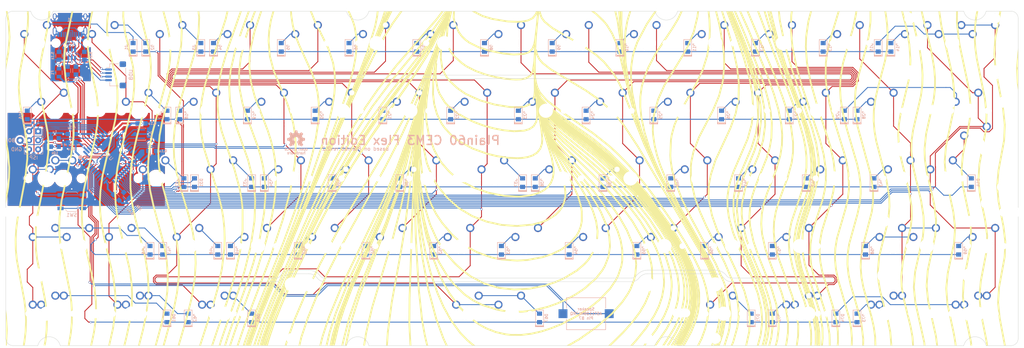
<source format=kicad_pcb>
(kicad_pcb (version 20211014) (generator pcbnew)
  (layers (0 "F.Cu" signal) (31 "B.Cu" signal) (34 "B.Paste" user) (35 "F.Paste" user) (36 "B.SilkS" user "B.Silkscreen") (37 "F.SilkS" user "F.Silkscreen") (38 "B.Mask" user) (39 "F.Mask" user) (44 "Edge.Cuts" user))
  (net 0 "")
  (net 1 "GND")
  (net 2 "VCC")
  (net 3 "row0")
  (net 4 "Net-(D1-Pad2)")
  (net 5 "Net-(D2-Pad2)")
  (net 6 "Net-(D3-Pad2)")
  (net 7 "Net-(D4-Pad2)")
  (net 8 "Net-(D5-Pad2)")
  (net 9 "Net-(D6-Pad2)")
  (net 10 "Net-(D7-Pad2)")
  (net 11 "Net-(D8-Pad2)")
  (net 12 "Net-(D9-Pad2)")
  (net 13 "Net-(D10-Pad2)")
  (net 14 "Net-(D11-Pad2)")
  (net 15 "Net-(D12-Pad2)")
  (net 16 "Net-(D13-Pad2)")
  (net 17 "Net-(D14-Pad2)")
  (net 18 "Net-(D15-Pad2)")
  (net 19 "Net-(D16-Pad2)")
  (net 20 "row1")
  (net 21 "Net-(D17-Pad2)")
  (net 22 "Net-(D18-Pad2)")
  (net 23 "Net-(D19-Pad2)")
  (net 24 "Net-(D20-Pad2)")
  (net 25 "Net-(D21-Pad2)")
  (net 26 "Net-(D22-Pad2)")
  (net 27 "Net-(D23-Pad2)")
  (net 28 "Net-(D24-Pad2)")
  (net 29 "Net-(D25-Pad2)")
  (net 30 "Net-(D26-Pad2)")
  (net 31 "Net-(D27-Pad2)")
  (net 32 "Net-(D28-Pad2)")
  (net 33 "Net-(D29-Pad2)")
  (net 34 "row2")
  (net 35 "Net-(D31-Pad2)")
  (net 36 "Net-(D32-Pad2)")
  (net 37 "Net-(D33-Pad2)")
  (net 38 "Net-(D34-Pad2)")
  (net 39 "Net-(D35-Pad2)")
  (net 40 "Net-(D36-Pad2)")
  (net 41 "Net-(D37-Pad2)")
  (net 42 "Net-(D38-Pad2)")
  (net 43 "Net-(D39-Pad2)")
  (net 44 "Net-(D40-Pad2)")
  (net 45 "Net-(D41-Pad2)")
  (net 46 "Net-(D42-Pad2)")
  (net 47 "Net-(D43-Pad2)")
  (net 48 "Net-(D44-Pad2)")
  (net 49 "row3")
  (net 50 "Net-(D46-Pad2)")
  (net 51 "Net-(D47-Pad2)")
  (net 52 "Net-(D48-Pad2)")
  (net 53 "Net-(D49-Pad2)")
  (net 54 "Net-(D50-Pad2)")
  (net 55 "Net-(D51-Pad2)")
  (net 56 "Net-(D52-Pad2)")
  (net 57 "Net-(D53-Pad2)")
  (net 58 "Net-(D54-Pad2)")
  (net 59 "Net-(D55-Pad2)")
  (net 60 "Net-(D56-Pad2)")
  (net 61 "Net-(D57-Pad2)")
  (net 62 "Net-(D58-Pad2)")
  (net 63 "Net-(D59-Pad2)")
  (net 64 "Net-(D61-Pad2)")
  (net 65 "row4")
  (net 66 "Net-(D62-Pad2)")
  (net 67 "Net-(D63-Pad2)")
  (net 68 "Net-(D67-Pad2)")
  (net 69 "Net-(D71-Pad2)")
  (net 70 "Net-(D72-Pad2)")
  (net 71 "Net-(D73-Pad2)")
  (net 72 "Net-(D74-Pad2)")
  (net 73 "Net-(J1-Pad4)")
  (net 74 "Net-(J1-Pad10)")
  (net 75 "col0")
  (net 76 "col1")
  (net 77 "col2")
  (net 78 "col3")
  (net 79 "col4")
  (net 80 "col5")
  (net 81 "col6")
  (net 82 "col7")
  (net 83 "col8")
  (net 84 "col9")
  (net 85 "col10")
  (net 86 "col11")
  (net 87 "col12")
  (net 88 "col13")
  (net 89 "col14")
  (net 90 "D-")
  (net 91 "D+")
  (net 92 "RST")
  (net 93 "Net-(R6-Pad2)")
  (net 94 "MISO")
  (net 95 "SCK")
  (net 96 "MOSI")
  (net 97 "Net-(H1-Pad1)")
  (net 98 "VBUS")
  (net 99 "Net-(R1-Pad1)")
  (net 100 "Net-(R1-Pad2)")
  (net 101 "Net-(R2-Pad2)")
  (net 102 "Net-(R2-Pad1)")
  (net 103 "Net-(U1-Pad16)")
  (net 104 "Net-(U1-Pad17)")
  (net 105 "Net-(LS1-Pad1)")
  (net 106 "Net-(C1-Pad1)")
  (footprint "Keeb_switches:CHERRY_PLATE_100H" (layer "F.Cu") (at 76.2 28.575)
    (fp_text reference "K19" hide)
    (fp_text value "KEYSW" hide)
  )
  (footprint "Keeb_switches:CHERRY_PLATE_100H" (layer "F.Cu") (at 95.25 28.575)
    (fp_text reference "K20" hide)
    (fp_text value "KEYSW" hide)
  )
  (footprint "Keeb_switches:CHERRY_PLATE_100H" (layer "F.Cu") (at 152.4 28.575)
    (fp_text reference "K23" hide)
    (fp_text value "KEYSW" hide)
  )
  (footprint "Keeb_switches:CHERRY_PLATE_100H" (layer "F.Cu") (at 171.45 28.575)
    (fp_text reference "K24" hide)
    (fp_text value "KEYSW" hide)
  )
  (footprint "Keeb_switches:CHERRY_PLATE_100H" (layer "F.Cu") (at 38.1 28.575)
    (fp_text reference "K17" hide)
    (fp_text value "KEYSW" hide)
  )
  (footprint "Keeb_switches:CHERRY_PLATE_100H" (layer "F.Cu") (at 133.35 28.575)
    (fp_text reference "K22" hide)
    (fp_text value "KEYSW" hide)
  )
  (footprint "Keeb_switches:CHERRY_PLATE_100H" (layer "F.Cu") (at 114.3 28.575)
    (fp_text reference "K21" hide)
    (fp_text value "KEYSW" hide)
  )
  (footprint "Keeb_switches:CHERRY_PLATE_100H" (layer "F.Cu") (at 57.15 28.575)
    (fp_text reference "K18" hide)
    (fp_text value "KEYSW" hide)
  )
  (footprint "Keeb_switches:CHERRY_PLATE_150H" (layer "F.Cu") (at 14.2875 28.575)
    (fp_text reference "K16" hide)
    (fp_text value "KEYSW" hide)
  )
  (footprint "Keeb_switches:CHERRY_PCB_200H" (layer "F.Cu") (at 266.7 9.525)
    (fp_text reference "K15" hide)
    (fp_text value "KEYSW" hide)
  )
  (footprint "Keeb_switches:CHERRY_PLATE_100H" (layer "F.Cu") (at 142.875 9.525)
    (fp_text reference "K8" hide)
    (fp_text value "KEYSW" hide)
  )
  (footprint "Keeb_switches:CHERRY_PLATE_100H" (layer "F.Cu") (at 180.975 9.525)
    (fp_text reference "K10" hide)
    (fp_text value "KEYSW" hide)
  )
  (footprint "Keeb_switches:CHERRY_PLATE_100H" (layer "F.Cu") (at 257.175 9.525)
    (fp_text reference "K14" hide)
    (fp_text value "KEYSW" hide)
  )
  (footprint "Keeb_switches:CHERRY_PLATE_100H" (layer "F.Cu") (at 85.725 9.525)
    (fp_text reference "K5" hide)
    (fp_text value "KEYSW" hide)
  )
  (footprint "Keeb_switches:CHERRY_PLATE_100H" (layer "F.Cu") (at 238.125 9.525)
    (fp_text reference "K13" hide)
    (fp_text value "KEYSW" hide)
  )
  (footprint "Keeb_switches:CHERRY_PLATE_100H" (layer "F.Cu") (at 219.075 9.525)
    (fp_text reference "K12" hide)
    (fp_text value "KEYSW" hide)
  )
  (footprint "Keeb_switches:CHERRY_PLATE_100H" (layer "F.Cu") (at 200.025 9.525)
    (fp_text reference "K11" hide)
    (fp_text value "KEYSW" hide)
  )
  (footprint "Keeb_switches:CHERRY_PLATE_100H" (layer "F.Cu") (at 161.925 9.525)
    (fp_text reference "K9" hide)
    (fp_text value "KEYSW" hide)
  )
  (footprint "Keeb_switches:CHERRY_PLATE_100H" (layer "F.Cu") (at 123.825 9.525)
    (fp_text reference "K7" hide)
    (fp_text value "KEYSW" hide)
  )
  (footprint "Keeb_switches:CHERRY_PLATE_100H" (layer "F.Cu") (at 104.775 9.525)
    (fp_text reference "K6" hide)
    (fp_text value "KEYSW" hide)
  )
  (footprint "Keeb_switches:CHERRY_PLATE_100H" (layer "F.Cu") (at 66.675 9.525)
    (fp_text reference "K4" hide)
    (fp_text value "KEYSW" hide)
  )
  (footprint "Keeb_switches:CHERRY_PLATE_100H" (layer "F.Cu") (at 28.575 9.525)
    (fp_text reference "K2" hide)
    (fp_text value "KEYSW" hide)
  )
  (footprint "Keeb_switches:CHERRY_PLATE_100H" (layer "F.Cu") (at 9.525 9.525)
    (fp_text reference "K1" hide)
    (fp_text value "KEYSW" hide)
  )
  (footprint "Keeb_switches:CHERRY_PLATE_100H" (layer "F.Cu") (at 47.625 9.525)
    (fp_text reference "K3" hide)
    (fp_text value "KEYSW" hide)
  )
  (footprint "Keeb_switches:CHERRY_PLATE_100H" (layer "F.Cu") (at 38.1 85.725)
    (fp_text reference "K62-1" hide)
    (fp_text value "KEYSW" hide)
  )
  (footprint "Keeb_switches:CHERRY_PLATE_125H" (layer "F.Cu") (at 202.40625 85.725)
    (fp_text reference "K71" hide)
    (fp_text value "KEYSW" hide)
  )
  (footprint "Keeb_switches:CHERRY_PLATE_100H" (layer "F.Cu") (at 147.6375 66.675)
    (fp_text reference "K53" hide)
    (fp_text value "KEYSW" hide)
  )
  (footprint "Keeb_switches:CHERRY_PLATE_175H" (layer "F.Cu") (at 250.03146 66.675056)
    (fp_text reference "K58-1" hide)
    (fp_text value "KEYSW" hide)
  )
  (footprint "Keeb_switches:CHERRY_PLATE_125H" (layer "F.Cu") (at 11.90625 47.625)
    (fp_text reference "K31-1" hide)
    (fp_text value "KEYSW" hide)
  )
  (footprint "Keeb_switches:CHERRY_PLATE_100H" (layer "F.Cu") (at 223.8375 66.675)
    (fp_text reference "K57" hide)
    (fp_text value "KEYSW" hide)
  )
  (footprint "Keeb_switches:CHERRY_PLATE_100H" (layer "F.Cu") (at 166.6875 66.675)
    (fp_text reference "K54" hide)
    (fp_text value "KEYSW" hide)
  )
  (footprint "Keeb_switches:CHERRY_PLATE_100H" (layer "F.Cu") (at 204.7875 66.675)
    (fp_text reference "K56" hide)
    (fp_text value "KEYSW" hide)
  )
  (footprint "Keeb_switches:CHERRY_PLATE_100H" (layer "F.Cu") (at 128.5875 66.675)
    (fp_text reference "K52" hide)
    (fp_text value "KEYSW" hide)
  )
  (footprint "Keeb_switches:CHERRY_PLATE_100H" (layer "F.Cu") (at 185.7375 66.675)
    (fp_text reference "K55" hide)
    (fp_text value "KEYSW" hide)
  )
  (footprint "Keeb_switches:CHERRY_PLATE_150H" (layer "F.Cu") (at 14.2875 85.725)
    (fp_text reference "K61-1" hide)
    (fp_text value "KEYSW" hide)
  )
  (footprint "Keeb_switches:CHERRY_PLATE_125H" (layer "F.Cu") (at 11.90625 66.675)
    (fp_text reference "K46-1" hide)
    (fp_text value "KEYSW" hide)
  )
  (footprint "Keeb_switches:CHERRY_PLATE_100H" (layer "F.Cu") (at 276.225 9.525)
    (fp_text reference "K15-1" hide)
    (fp_text value "KEYSW" hide)
  )
  (footprint "Keeb_switches:CHERRY_PLATE_125H" (layer "F.Cu") (at 273.84375 85.725072)
    (fp_text reference "K74" hide)
    (fp_text value "KEYSW" hide)
  )
  (footprint "Keeb_switches:CHERRY_PLATE_125H" (layer "F.Cu") (at 250.03125 85.725)
    (fp_text reference "K73" hide)
    (fp_text value "KEYSW" hide)
  )
  (footprint "Keeb_switches:CHERRY_PLATE_100H" (layer "F.Cu") (at 247.65 28.575)
    (fp_text reference "K28" hide)
    (fp_text value "KEYSW" hide)
  )
  (footprint "Keeb_switches:CHERRY_PLATE_100H" (layer "F.Cu") (at 52.3875 66.675)
    (fp_text reference "K48" hide)
    (fp_text value "KEYSW" hide)
  )
  (footprint "Keeb_switches:CHERRY_PLATE_100H" (layer "F.Cu") (at 190.5 28.575)
    (fp_text reference "K25" hide)
    (fp_text value "KEYSW" hide)
  )
  (footprint "Keeb_switches:CHERRY_PLATE_100H" (layer "F.Cu") (at 119.0625 47.625)
    (fp_text reference "K36" hide)
    (fp_text value "KEYSW" hide)
  )
  (footprint "Keeb_switches:CHERRY_PLATE_100H" (layer "F.Cu") (at 61.9125 47.625)
    (fp_text reference "K33" hide)
    (fp_text value "KEYSW" hide)
  )
  (footprint "Keeb_switches:CHERRY_PLATE_125H" (layer "F.Cu") (at 59.53125 85.725)
    (fp_text reference "K63" hide)
    (fp_text value "KEYSW" hide)
  )
  (footprint "Keeb_switches:CHERRY_PCB_225H_F" (layer "F.Cu") (at 264.31875 47.625)
    (fp_text reference "K44" hide)
    (fp_text value "KEYSW" hide)
  )
  (footprint "Keeb_switches:CHERRY_PLATE_125H" (layer "F.Cu") (at 226.21875 85.725)
    (fp_text reference "K72" hide)
    (fp_text value "KEYSW" hide)
  )
  (footprint "Keeb_switches:CHERRY_PLATE_100H" (layer "F.Cu") (at 276.225 66.675)
    (fp_text reference "K59" hide)
    (fp_text value "KEYSW" hide)
  )
  (footprint "Keeb_switches:CHERRY_PLATE_100H" (layer "F.Cu") (at 176.2125 47.625)
    (fp_text reference "K39" hide)
    (fp_text value "KEYSW" hide)
  )
  (footprint "Keeb_switches:CHERRY_PLATE_125H" (layer "F.Cu") (at 11.90625 85.725)
    (fp_text reference "K61" hide)
    (fp_text value "KEYSW" hide)
  )
  (footprint "Keeb_switches:CHERRY_PLATE_150H" (layer "F.Cu") (at 271.4625 28.575)
    (fp_text reference "K29" hide)
    (fp_text value "KEYSW" hide)
  )
  (footprint "Keeb_switches:CHERRY_PLATE_100H" (layer "F.Cu") (at 228.6 28.575)
    (fp_text reference "K27" hide)
    (fp_text value "KEYSW" hide)
  )
  (footprint "Keeb_switches:CHERRY_PLATE_150H" (layer "F.Cu") (at 61.9125 85.725)
    (fp_text reference "K63-1" hide)
    (fp_text value "KEYSW" hide)
  )
  (footprint "Keeb_switches:CHERRY_PLATE_100H" (layer "F.Cu") (at 90.4875 66.675)
    (fp_text reference "K50" hide)
    (fp_text value "KEYSW" hide)
  )
  (footprint "Keeb_switches:CHERRY_PLATE_100H" (layer "F.Cu") (at 80.9625 47.625)
    (fp_text reference "K34" hide)
    (fp_text value "KEYSW" hide)
  )
  (footprint "Keeb_switches:CHERRY_PLATE_100H" (layer "F.Cu") (at 33.3375 66.675)
    (fp_text reference "K47" hide)
    (fp_text value "KEYSW" hide)
  )
  (footprint "Keeb_switches:CHERRY_PLATE_100H" (layer "F.Cu") (at 252.4125 47.625)
    (fp_text reference "K43" hide)
    (fp_text value "KEYSW" hide)
  )
  (footprint "Keeb_switches:CHERRY_PLATE_100H" (layer "F.Cu") (at 157.1625 47.625)
    (fp_text reference "K38" hide)
    (fp_text value "KEYSW" hide)
  )
  (footprint "Keeb_switches:CHERRY_PLATE_100H" (layer "F.Cu") (at 100.0125 47.625)
    (fp_text reference "K35" hide)
    (fp_text value "KEYSW" hide)
  )
  (footprint "Keeb_switches:CHERRY_PLATE_100H" (layer "F.Cu") (at 42.8625 47.625)
    (fp_text reference "K32" hide)
    (fp_text value "KEYSW" hide)
  )
  (footprint "Keeb_switches:CHERRY_PLATE_100H" (layer "F.Cu") (at 195.2625 47.625)
    (fp_text reference "K40" hide)
    (fp_text value "KEYSW" hide)
  )
  (footprint "Keeb_switches:CHERRY_PCB_225H" (layer "F.Cu") (at 21.43125 66.675)
    (fp_text reference "K46" hide)
    (fp_text value "KEYSW" hide)
  )
  (footprint "Keeb_switches:CHERRY_PLATE_100H" (layer "F.Cu") (at 233.3625 47.625)
    (fp_text reference "K42" hide)
    (fp_text value "KEYSW" hide)
  )
  (footprint "Keeb_switches:CHERRY_PLATE_100H" (layer "F.Cu") (at 214.3125 47.625)
    (fp_text reference "K41" hide)
    (fp_text value "KEYSW" hide)
  )
  (footprint "Keeb_switches:CHERRY_PLATE_100H" (layer "F.Cu") (at 209.55 28.575)
    (fp_text reference "K26" hide)
    (fp_text value "KEYSW" hide)
  )
  (footprint "Keeb_switches:CHERRY_PLATE_100H" (layer "F.Cu") (at 138.1125 47.625)
    (fp_text reference "K37" hide)
    (fp_text value "KEYSW" hide)
  )
  (footprint "Keeb_switches:CHERRY_PLATE_175H" (layer "F.Cu") (at 16.66875 47.625)
    (fp_text reference "K31" hide)
    (fp_text value "KEYSW" hide)
  )
  (footprint "Keeb_switches:CHERRY_PLATE_100H" (layer "F.Cu") (at 109.5375 66.675)
    (fp_text reference "K51" hide)
    (fp_text value "KEYSW" hide)
  )
  (footprint "Keeb_switches:CHERRY_PLATE_100H" (layer "F.Cu") (at 247.65 85.725)
    (fp_text reference "K73-1" hide)
    (fp_text value "KEYSW" hide)
  )
  (footprint "Keeb_switches:CHERRY_PLATE_125H" (layer "F.Cu") (at 35.71875 85.725)
    (fp_text reference "K62" hide)
    (fp_text value "KEYSW" hide)
  )
  (footprint "Keeb_switches:CHERRY_PLATE_100H" (layer "F.Cu") (at 71.4375 66.675)
    (fp_text reference "K49" hide)
    (fp_text value "KEYSW" hide)
  )
  (footprint "Keeb_switches:CHERRY_PLATE_150H" (layer "F.Cu") (at 223.8375 85.725)
    (fp_text reference "K72-1" hide)
    (fp_text value "KEYSW" hide)
  )
  (footprint "Keeb_switches:CHERRY_PLATE_150H" (layer "F.Cu") (at 271.462728 85.725072)
    (fp_text reference "K74-1" hide)
    (fp_text value "KEYSW" hide)
  )
  (footprint "footprints:10x5_7x2.5mm" (layer "F.Cu") (at 2.381252 57.125)
    (fp_text reference "S4" hide)
    (fp_text value "Screw")
  )
  (footprint "footprints:10x5_7x2.5mm" (layer "F.Cu") (at 283.368988 57.125)
    (fp_text reference "S5" hide)
    (fp_text value "Screw")
  )
  (footprint "Keeb_switches:CHERRY_PCB_275H" (layer "F.Cu") (at 259.556468 66.675)
    (fp_text reference "K58" hide)
    (fp_text value "KEYSW" hide)
  )
  (footprint "Keeb_switches:CHERRY_PCB_625H_F" (layer "F.Cu") (at 130.96875 85.725)
    (fp_text reference "K67" hide)
    (fp_text value "KEYSW" hide)
  )
  (footprint "footprints:5.5_5x2.5mm" (layer "F.Cu") (at 26.625 85.725072)
    (fp_text reference "S8" hide)
    (fp_text value "Tofu screw")
  )
  (footprint "footprints:5.5_5x2.5mm" (layer "F.Cu") (at 142.875 37.75)
    (fp_text reference "S7" hide)
    (fp_text value "Tofu screw")
  )
  (footprint "footprints:5.5_5x2.5mm" (layer "F.Cu") (at 260.43 85.725072)
    (fp_text reference "S9" hide)
    (fp_text value "Tofu screw")
  )
  (footprint "footprints:5.5_5x2.5mm" (layer "F.Cu") (at 260.425 28.22705)
    (fp_text reference "S2" hide)
    (fp_text value "Screw")
  )
  (footprint "footprints:5.5_5x2.5mm" (layer "F.Cu") (at 25.6 28.575024)
    (fp_text reference "S1" hide)
    (fp_text value "Screw")
  )
  (footprint "footprints:5.5_5x2.5mm" (layer "F.Cu") (at 128.587608 47.42504)
    (fp_text reference "S3" hide)
    (fp_text value "Screw")
  )
  (footprint "footprints:5.5_5x2.5mm" (layer "F.Cu") (at 190.50016 85.525)
    (fp_text reference "S6" hide)
    (fp_text value "Screw")
  )
  (footprint "Keeb_switches:CHERRY_PCB_700H_F" (layer "F.Cu") (at 142.875 85.725)
    (fp_text reference "K67-1" hide)
    (fp_text value "KEYSW" hide)
  )
  (footprint "Keeb_switches:CHERRY_PCB_200H_V" (layer "F.Cu") (at 273.84398 38.1)
    (fp_text reference "K44-1" hide)
    (fp_text value "KEYSW" hide)
  )
  (footprint "silkscreen:redss" (layer "F.Cu") (at 142.9 47.6)
    (fp_text reference "Ref**" hide)
    (fp_text value "Val**" hide)
  )
  (footprint "Keeb_components:D_0805" (layer "B.Cu") (at 239.911139 86.915698 90)
    (fp_text reference "D73")
    (fp_text value "D73")
  )
  (footprint "Keeb_components:D_0805" (layer "B.Cu") (at 216.098619 86.915698 90)
    (fp_text reference "D72")
    (fp_text value "D72")
  )
  (footprint "Keeb_components:D_0805" (layer "B.Cu") (at 210.145489 86.915698 90)
    (fp_text reference "D71")
    (fp_text value "D71")
  )
  (footprint "Keeb_components:D_0805" (layer "B.Cu") (at 150.614189 86.915698 90)
    (fp_text reference "D67")
    (fp_text value "D67")
  )
  (footprint "Keeb_components:D_0805" (layer "B.Cu") (at 69.651621 86.915698 90)
    (fp_text reference "D63")
    (fp_text value "D63")
  )
  (footprint "Keeb_components:D_0805" (layer "B.Cu") (at 268.486163 67.865682 90)
    (fp_text reference "D59")
    (fp_text value "D59")
  )
  (footprint "Keeb_components:D_0805" (layer "B.Cu") (at 242.292391 67.865682 90)
    (fp_text reference "D58")
    (fp_text value "D58")
  )
  (footprint "Keeb_components:D_0805" (layer "B.Cu") (at 216.098619 67.865682 90)
    (fp_text reference "D57")
    (fp_text value "D57")
  )
  (footprint "Keeb_components:D_0805" (layer "B.Cu") (at 197.048603 67.865682 90)
    (fp_text reference "D56")
    (fp_text value "D56")
  )
  (footprint "Keeb_components:D_0805" (layer "B.Cu") (at 139.898555 67.865682 90)
    (fp_text reference "D53")
    (fp_text value "D53")
  )
  (footprint "Keeb_components:D_0805" (layer "B.Cu") (at 101.798523 67.865682 90)
    (fp_text reference "D51")
    (fp_text value "D51")
  )
  (footprint "Keeb_components:D_0805" (layer "B.Cu") (at 82.748507 67.865682 90)
    (fp_text reference "D50")
    (fp_text value "D50")
  )
  (footprint "Keeb_components:D_0805" (layer "B.Cu") (at 220.861123 29.76565 90)
    (fp_text reference "D27")
    (fp_text value "D27")
  )
  (footprint "Keeb_components:D_0805" (layer "B.Cu") (at 225.623627 48.815666 90)
    (fp_text reference "D42")
    (fp_text value "D42")
  )
  (footprint "Keeb_components:D_0805" (layer "B.Cu") (at 49.410979 29.76565 90)
    (fp_text reference "D18")
    (fp_text value "D18")
  )
  (footprint "Keeb_components:D_0805" (layer "B.Cu") (at 182.761091 29.76565 90)
    (fp_text reference "D25")
    (fp_text value "D25")
  )
  (footprint "Keeb_components:D_0805" (layer "B.Cu") (at 206.573611 48.815666 90)
    (fp_text reference "D41")
    (fp_text value "D41")
  )
  (footprint "Keeb_components:D_0805" (layer "B.Cu") (at 111.323531 48.815666 90)
    (fp_text reference "D36")
    (fp_text value "D36")
  )
  (footprint "Keeb_components:D_0805" (layer "B.Cu") (at 53.57817 48.815666 90)
    (fp_text reference "D31")
    (fp_text value "D31")
  )
  (footprint "Keeb_components:D_0805" (layer "B.Cu") (at 187.523595 48.815666 90)
    (fp_text reference "D40")
    (fp_text value "D40")
  )
  (footprint "Keeb_components:D_0805" (layer "B.Cu") (at 145.851685 48.815666 90)
    (fp_text reference "D37")
    (fp_text value "D37")
  )
  (footprint "Keeb_components:D_0805" (layer "B.Cu") (at 50.601605 48.815666 90)
    (fp_text reference "D32")
    (fp_text value "D32")
  )
  (footprint "Keeb_components:D_0805" (layer "B.Cu") (at 73.223499 48.815666 90)
    (fp_text reference "D34")
    (fp_text value "D34")
  )
  (footprint "Keeb_components:D_0805" (layer "B.Cu") (at 106.561027 29.76565 90)
    (fp_text reference "D21")
    (fp_text value "D21")
  )
  (footprint "Keeb_components:D_0805" (layer "B.Cu") (at 201.811107 29.76565 90)
    (fp_text reference "D26")
    (fp_text value "D26")
  )
  (footprint "Keeb_components:D_0805" (layer "B.Cu") (at 125.611043 29.76565 90)
    (fp_text reference "D22")
    (fp_text value "D22")
  )
  (footprint "Keeb_components:D_0805" (layer "B.Cu") (at 163.711075 29.76565 90)
    (fp_text reference "D24")
    (fp_text value "D24")
  )
  (footprint "Keeb_components:D_0805" (layer "B.Cu") (at 244.673643 48.815666 90)
    (fp_text reference "D43")
    (fp_text value "D43")
  )
  (footprint "Keeb_components:D_0805" (layer "B.Cu") (at 149.423563 48.815666 90)
    (fp_text reference "D38")
    (fp_text value "D38")
  )
  (footprint "Keeb_components:D_0805" (layer "B.Cu") (at 92.273515 48.815666 90)
    (fp_text reference "D35")
    (fp_text value "D35")
  )
  (footprint "Keeb_components:D_0805" (layer "B.Cu") (at 60.126613 67.865682 90)
    (fp_text reference "D48")
    (fp_text value "D48")
  )
  (footprint "Keeb_components:D_0805" (layer "B.Cu") (at 158.948571 67.865682 90)
    (fp_text reference "D54")
    (fp_text value "D54")
  )
  (footprint "Keeb_components:D_0805" (layer "B.Cu") (at 272.058041 48.815666 90)
    (fp_text reference "D44")
    (fp_text value "D44")
  )
  (footprint "Keeb_components:D_0805" (layer "B.Cu") (at 51.792231 86.915698 90)
    (fp_text reference "D62")
    (fp_text value "D62")
  )
  (footprint "Keeb_components:D_0805" (layer "B.Cu") (at 168.473579 48.815666 90)
    (fp_text reference "D39")
    (fp_text value "D39")
  )
  (footprint "Keeb_components:D_0805" (layer "B.Cu") (at 87.511011 29.76565 90)
    (fp_text reference "D20")
    (fp_text value "D20")
  )
  (footprint "Keeb_components:D_0805" (layer "B.Cu") (at 239.911139 29.76565 90)
    (fp_text reference "D28")
    (fp_text value "D28")
  )
  (footprint "Keeb_components:D_0805" (layer "B.Cu") (at 69.651621 48.815666 90)
    (fp_text reference "D33")
    (fp_text value "D33")
  )
  (footprint "Keeb_components:D_0805" (layer "B.Cu") (at 144.661059 29.76565 90)
    (fp_text reference "D23")
    (fp_text value "D23")
  )
  (footprint "Keeb_components:D_0805" (layer "B.Cu") (at 177.998587 67.865682 90)
    (fp_text reference "D55")
    (fp_text value "D55")
  )
  (footprint "Keeb_components:D_0805" (layer "B.Cu") (at 120.848539 67.865682 90)
    (fp_text reference "D52")
    (fp_text value "D52")
  )
  (footprint "Keeb_components:D_0805" (layer "B.Cu") (at 68.460995 29.76565 90)
    (fp_text reference "D19")
    (fp_text value "D19")
  )
  (footprint "Keeb_components:ATMEGA32U4" (layer "B.Cu") (at 29.76565 41.67191 -45)
    (fp_text reference "U1")
    (fp_text value "ATmega32U4")
  )
  (footprint "Keeb_components:Resonator_SMD_muRata_CSTNExxV-3Pin-p1.2" (layer "B.Cu") (at 38.695345 35.123467 90)
    (fp_text reference "X1")
    (fp_text value "XTAL_GND")
  )
  (footprint "Button_Switch_SMD:SW_SPST_TL3342" (layer "B.Cu") (at 19.050016 54.173483)
    (fp_text reference "SW1")
    (fp_text value "SW_PUSH" hide)
  )
  (footprint "Keeb_components:R_0805" (layer "B.Cu") (at 34.489688 52.349078 135)
    (fp_text reference "R6" hide)
    (fp_text value "10k")
  )
  (footprint "Keeb_components:D_0805" (layer "B.Cu") (at 173.236083 10.715634 90)
    (fp_text reference "D10")
    (fp_text value "D10")
  )
  (footprint "Keeb_components:D_0805" (layer "B.Cu") (at 249.436147 10.715634 90)
    (fp_text reference "D14")
    (fp_text value "D14")
  )
  (footprint "Keeb_components:D_0805" (layer "B.Cu") (at 154.186067 10.715634 90)
    (fp_text reference "D9")
    (fp_text value "D9")
  )
  (footprint "Keeb_components:D_0805" (layer "B.Cu") (at 230.386131 10.715634 90)
    (fp_text reference "D13")
    (fp_text value "D13")
  )
  (footprint "Keeb_components:D_0805" (layer "B.Cu") (at 192.286099 10.715634 90)
    (fp_text reference "D11")
    (fp_text value "D11")
  )
  (footprint "Keeb_components:D_0805" (layer "B.Cu") (at 245.864269 10.715634 90)
    (fp_text reference "D15")
    (fp_text value "D15")
  )
  (footprint "Keeb_components:D_0805" (layer "B.Cu") (at 45.839101 29.76565 90)
    (fp_text reference "D17")
    (fp_text value "D17")
  )
  (footprint "Keeb_components:D_0805" (layer "B.Cu") (at 6.548443 29.76565 90)
    (fp_text reference "D16")
    (fp_text value "D16")
  )
  (footprint "Keeb_components:D_0805" (layer "B.Cu") (at 211.336115 10.715634 90)
    (fp_text reference "D12")
    (fp_text value "D12")
  )
  (footprint "Keeb_components:D_0805" (layer "B.Cu") (at 116.086035 10.715634 90)
    (fp_text reference "D7")
    (fp_text value "D7")
  )
  (footprint "Keeb_components:D_0805" (layer "B.Cu") (at 55.364109 10.715634 90)
    (fp_text reference "D3")
    (fp_text value "D3")
  )
  (footprint "Keeb_components:D_0805" (layer "B.Cu") (at 77.986003 10.715634 90)
    (fp_text reference "D5")
    (fp_text value "D5")
  )
  (footprint "Keeb_components:D_0805" (layer "B.Cu") (at 135.136051 10.715634 90)
    (fp_text reference "D8")
    (fp_text value "D8")
  )
  (footprint "Keeb_components:D_0805" (layer "B.Cu") (at 97.036019 10.715634 90)
    (fp_text reference "D6")
    (fp_text value "D6")
  )
  (footprint "Keeb_components:D_0805" (layer "B.Cu") (at 58.935987 10.715634 90)
    (fp_text reference "D4")
    (fp_text value "D4")
  )
  (footprint "footprints:oshw" (layer "B.Cu") (at 82.153194 37.504719 180)
    (fp_text reference "G***" hide)
    (fp_text value "LOGO" hide)
  )
  (footprint "footprints:free_pin" (layer "B.Cu") (at 4.524382 36.909406)
    (fp_text reference "H1" hide)
    (fp_text value "B0")
  )
  (footprint "Keeb_components:D_0805" (layer "B.Cu") (at 233.958009 86.915698 90)
    (fp_text reference "D74")
    (fp_text value "D74")
  )
  (footprint "Keeb_components:R_0805" (layer "B.Cu") (at 17.85939 17.264077 90)
    (fp_text reference "R1" hide)
    (fp_text value "22")
  )
  (footprint "Keeb_components:HRO-TYPE-C-31-M-12" (layer "B.Cu") (at 18.568 -0.62)
    (fp_text reference "J1")
    (fp_text value "HRO-TYPE-C-31-M-12")
  )
  (footprint "Keeb_components:D_0805" (layer "B.Cu") (at 63.698491 67.865682 90)
    (fp_text reference "D49")
    (fp_text value "D49")
  )
  (footprint "Keeb_components:C_0805" (layer "B.Cu") (at 38.695345 32.146902 180)
    (fp_text reference "C4")
    (fp_text value "0.1u")
  )
  (footprint "Keeb_components:C_0805" (layer "B.Cu") (at 19.050016 37.504719)
    (fp_text reference "C5")
    (fp_text value "0.1u")
  )
  (footprint "Keeb_components:D_0805" (layer "B.Cu") (at 41.076597 67.865682 90)
    (fp_text reference "D46")
    (fp_text value "D46")
  )
  (footprint "Keeb_components:D_0805" (layer "B.Cu") (at 236.339261 29.76565 90)
    (fp_text reference "D29")
    (fp_text value "D29")
  )
  (footprint "Keeb_components:R_0805" (layer "B.Cu") (at 15.478138 17.85939 90)
    (fp_text reference "F1")
    (fp_text value "Polyfuse" hide)
  )
  (footprint "Keeb_components:D_0805" (layer "B.Cu") (at 36.314093 10.715634 90)
    (fp_text reference "D1")
    (fp_text value "D1")
  )
  (footprint "Keeb_components:D_0805" (layer "B.Cu") (at 44.648475 67.865682 90)
    (fp_text reference "D47")
    (fp_text value "D47")
  )
  (footprint "Keeb_components:R_0805" (layer "B.Cu") (at 20.240642 17.264077 -90)
    (fp_text reference "R2" hide)
    (fp_text value "22")
  )
  (footprint "Keeb_components:C_0805" (layer "B.Cu") (at 14.287512 36.314093 180)
    (fp_text reference "C1")
    (fp_text value "1u")
  )
  (footprint "Keeb_components:C_0805" (layer "B.Cu") (at 41.67191 39.885971 180)
    (fp_text reference "C2")
    (fp_text value "0.1u")
  )
  (footprint "Keeb_components:R_0805" (layer "B.Cu") (at 14.287512 38.695345 180)
    (fp_text reference "R5" hide)
    (fp_text value "10k")
  )
  (footprint "Keeb_components:R_0805" (layer "B.Cu") (at 22.621894 13.096886 -90)
    (fp_text reference "R4" hide)
    (fp_text value "5.1k")
  )
  (footprint "Keeb_components:D_0805" (layer "B.Cu") (at 39.885971 10.715634 90)
    (fp_text reference "D2")
    (fp_text value "D2")
  )
  (footprint "Keeb_components:D_0805" (layer "B.Cu") (at 45.839101 86.915698 90)
    (fp_text reference "D61")
    (fp_text value "D61")
  )
  (footprint "Keeb_components:USBLC6-2SC6" (layer "B.Cu") (at 19.050016 12.501573)
    (fp_text reference "U2")
    (fp_text value "USBLC6-2SC6")
  )
  (footprint "Keeb_components:isp_standard" (layer "B.Cu") (at 8.334382 36.909406 180)
    (fp_text reference "J2" hide)
    (fp_text value "ISP")
  )
  (footprint "Keeb_components:R_0805" (layer "B.Cu") (at 15.478138 13.096886 90)
    (fp_text reference "R3" hide)
    (fp_text value "5.1k")
  )
  (footprint "Keeb_components:JST_SH_SM04B-SRSS-TB_1x04-1MP_P1.00mm_Horizontal" (layer "B.Cu") (at 31.551589 18.454703 -90)
    (fp_text reference "J3" hide)
    (fp_text value "ai03_ud" hide)
  )
  (footprint "Keeb_components:speaker_AST1109MLTRQ" (layer "B.Cu") (at 163.711075 85.725072)
    (fp_text reference "LS1" hide)
    (fp_text value "Speaker")
  )
  (footprint "Keeb_components:C_0805" (layer "B.Cu") (at 19.050016 35.123467)
    (fp_text reference "C6")
    (fp_text value "4.7u")
  )
  (footprint "Keeb_components:C_0805" (layer "B.Cu") (at 31.551589 52.982857 135)
    (fp_text reference "C3")
    (fp_text value "0.1u")
  )
  (gr_arc (start 237.625192 18.550008) (mid 238.12532 19.050136) (end 237.625192 19.550264) (layer "Edge.Cuts") (width 0.1))
  (gr_arc (start 9.525008 94.725008) (mid 12.675008 92.225008) (end 15.825008 94.725008) (layer "Edge.Cuts") (width 0.1))
  (gr_arc (start 48.126422 19.550136) (mid 47.626422 19.050136) (end 48.126422 18.550136) (layer "Edge.Cuts") (width 0.1))
  (gr_arc (start 90.115786 75.700068) (mid 89.439159 75.53879) (end 88.908032 75.089636) (layer "Edge.Cuts") (width 0.1))
  (gr_arc (start 90.115786 76.700063) (mid 88.990155 76.432316) (end 88.105632 75.686426) (layer "Edge.Cuts") (width 0.1))
  (gr_line (start 96.325006 94.725008) (end 15.825008 94.725008) (layer "Edge.Cuts") (width 0.1))
  (gr_arc (start 200.056947 73.470061) (mid 201.857958 73.898456) (end 203.273197 75.091881) (layer "Edge.Cuts") (width 0.1))
  (gr_arc (start 78.518758 75.686427) (mid 77.634234 76.432316) (end 76.508604 76.700062) (layer "Edge.Cuts") (width 0.1))
  (gr_line (start 183.125008 94.725006) (end 102.625008 94.725006) (layer "Edge.Cuts") (width 0.1))
  (gr_arc (start 177.789524 75.093476) (mid 177.259104 75.539862) (end 176.584611 75.700064) (layer "Edge.Cuts") (width 0.1))
  (gr_arc (start 183.125008 94.725006) (mid 186.275009 92.225007) (end 189.425008 94.725008) (layer "Edge.Cuts") (width 0.1))
  (gr_line (start 102.625008 0.525008) (end 183.125008 0.525008) (layer "Edge.Cuts") (width 0.1))
  (gr_arc (start 204.479287 75.700059) (mid 203.803911 75.539412) (end 203.273198 75.091881) (layer "Edge.Cuts") (width 0.1))
  (gr_arc (start 276.225231 0.525009) (mid 273.075034 3.025225) (end 269.924797 0.52506) (layer "Edge.Cuts") (width 0.1))
  (gr_line (start 0.525008 2.525008) (end 0.525008 92.725008) (layer "Edge.Cuts") (width 0.1))
  (gr_line (start 181.006946 74.470069) (end 200.056946 74.470064) (layer "Edge.Cuts") (width 0.1))
  (gr_arc (start 13.825008 0.525008) (mid 10.675008 3.025008) (end 7.525008 0.525008) (layer "Edge.Cuts") (width 0.1))
  (gr_arc (start 283.225008 0.525007) (mid 284.639222 1.110793) (end 285.225008 2.525007) (layer "Edge.Cuts") (width 0.1))
  (gr_line (start 269.925008 94.725006) (end 189.425008 94.725008) (layer "Edge.Cuts") (width 0.1))
  (gr_line (start 48.126422 19.550136) (end 237.625192 19.550136) (layer "Edge.Cuts") (width 0.1))
  (gr_line (start 43.363195 75.700064) (end 76.508604 75.700064) (layer "Edge.Cuts") (width 0.1))
  (gr_arc (start 269.925008 94.725006) (mid 273.075009 92.225007) (end 276.225008 94.725008) (layer "Edge.Cuts") (width 0.1))
  (gr_arc (start 178.594765 75.686429) (mid 177.710242 76.432317) (end 176.584612 76.700064) (layer "Edge.Cuts") (width 0.1))
  (gr_arc (start 285.225008 92.725008) (mid 284.639222 94.139222) (end 283.225008 94.725008) (layer "Edge.Cuts") (width 0.1))
  (gr_line (start 181.006946 73.470067) (end 200.056947 73.470061) (layer "Edge.Cuts") (width 0.1))
  (gr_line (start 283.225008 94.725008) (end 276.225008 94.725008) (layer "Edge.Cuts") (width 0.1))
  (gr_arc (start 177.789524 75.093476) (mid 179.205054 73.898907) (end 181.006946 73.470067) (layer "Edge.Cuts") (width 0.1))
  (gr_line (start 43.363195 76.700064) (end 76.508604 76.700063) (layer "Edge.Cuts") (width 0.1))
  (gr_line (start 176.584611 75.700064) (end 90.115786 75.700069) (layer "Edge.Cuts") (width 0.1))
  (gr_arc (start 77.714697 75.091882) (mid 79.129936 73.898458) (end 80.930946 73.470063) (layer "Edge.Cuts") (width 0.1))
  (gr_line (start 285.225008 92.725008) (end 285.225008 2.525007) (layer "Edge.Cuts") (width 0.1))
  (gr_arc (start 178.594765 75.686429) (mid 179.656192 74.791364) (end 181.006946 74.470069) (layer "Edge.Cuts") (width 0.1))
  (gr_arc (start 204.479287 76.700066) (mid 203.353655 76.432319) (end 202.469132 75.686428) (layer "Edge.Cuts") (width 0.1))
  (gr_arc (start 2.525007 94.725007) (mid 1.110794 94.139221) (end 0.525008 92.725008) (layer "Edge.Cuts") (width 0.1))
  (gr_line (start 80.930946 74.470063) (end 85.693446 74.470064) (layer "Edge.Cuts") (width 0.1))
  (gr_arc (start 96.325006 94.725008) (mid 99.475007 92.225007) (end 102.625008 94.725008) (layer "Edge.Cuts") (width 0.1))
  (gr_arc (start 78.518759 75.686428) (mid 79.580188 74.79136) (end 80.930946 74.470063) (layer "Edge.Cuts") (width 0.1))
  (gr_line (start 232.862718 75.7) (end 204.479287 75.70006) (layer "Edge.Cuts") (width 0.1))
  (gr_line (start 9.525008 94.725008) (end 2.525007 94.725008) (layer "Edge.Cuts") (width 0.1))
  (gr_arc (start 200.056946 74.470064) (mid 201.407703 74.79136) (end 202.469132 75.686428) (layer "Edge.Cuts") (width 0.1))
  (gr_arc (start 189.425008 0.52501) (mid 186.275007 3.025009) (end 183.125008 0.525008) (layer "Edge.Cuts") (width 0.1))
  (gr_arc (start 77.714696 75.091882) (mid 77.183982 75.539415) (end 76.508604 75.700063) (layer "Edge.Cuts") (width 0.1))
  (gr_arc (start 232.862718 75.7) (mid 233.362718 76.2) (end 232.862718 76.7) (layer "Edge.Cuts") (width 0.1))
  (gr_arc (start 85.693446 74.470064) (mid 87.044203 74.79136) (end 88.105631 75.686427) (layer "Edge.Cuts") (width 0.1))
  (gr_line (start 189.425008 0.52501) (end 269.924797 0.525059) (layer "Edge.Cuts") (width 0.1))
  (gr_line (start 276.225231 0.525009) (end 283.225008 0.52501) (layer "Edge.Cuts") (width 0.1))
  (gr_arc (start 0.525008 2.525008) (mid 1.110794 1.110794) (end 2.525008 0.525008) (layer "Edge.Cuts") (width 0.1))
  (gr_line (start 237.625192 18.550008) (end 48.126422 18.550136) (layer "Edge.Cuts") (width 0.1))
  (gr_arc (start 85.693446 73.470064) (mid 87.493208 73.89783) (end 88.908032 75.089636) (layer "Edge.Cuts") (width 0.1))
  (gr_arc (start 102.625008 0.525008) (mid 99.475008 3.025008) (end 96.325008 0.525008) (layer "Edge.Cuts") (width 0.1))
  (gr_line (start 232.862718 76.7) (end 204.479287 76.700066) (layer "Edge.Cuts") (width 0.1))
  (gr_line (start 80.930946 73.470063) (end 85.693446 73.470064) (layer "Edge.Cuts") (width 0.1))
  (gr_arc (start 43.363195 76.700064) (mid 42.863195 76.200064) (end 43.363195 75.700064) (layer "Edge.Cuts") (width 0.1))
  (gr_line (start 90.115786 76.700064) (end 176.584612 76.700064) (layer "Edge.Cuts") (width 0.1))
  (gr_line (start 2.525008 0.525008) (end 7.525008 0.525008) (layer "Edge.Cuts") (width 0.1))
  (gr_line (start 13.825008 0.525008) (end 96.325008 0.525008) (layer "Edge.Cuts") (width 0.1))
  (gr_text "based on Plain60 rev2.2" (at 98.821958 39.290658) (layer "B.SilkS") (effects (font (size 1 1)) (justify mirror)))
  (gr_text "UDB" (at 35.71878 18.454703 90) (layer "B.SilkS") (effects (font (size 1 1)) (justify mirror)))
  (gr_text "GND" (at 5.159382 39.449406) (layer "B.SilkS") (effects (font (size 1 1)) (justify left mirror)))
  (gr_text "Plain60 CEM3 Flex Edition" (at 139.75 36.909406) (layer "B.SilkS") (effects (font (size 2.5 2.5) (thickness 0.4)) (justify left mirror)))
  (gr_text "Speaker\nAST1109MLTRQ\nPin B7" (at 163.711075 85.725072) (layer "B.SilkS") (effects (font (size 0.8 0.8)) (justify mirror)))
  (segment (start 24.255479 76.706155) (end 24.080489 76.881145) (width 0.25) (layer "F.Cu") (net 1))
  (segment (start 14.678135 15.478138) (end 14.678135 15.868761) (width 0.25) (layer "F.Cu") (net 1))
  (segment (start 24.255479 64.14145) (end 20.835955 60.721926) (width 0.25) (layer "F.Cu") (net 1))
  (segment (start 19.050016 10.150008) (end 18.48439 10.715634) (width 0.25) (layer "F.Cu") (net 1))
  (segment (start 20.835955 29.150024) (end 19.645329 30.34065) (width 0.25) (layer "F.Cu") (net 1))
  (segment (start 20.835955 60.721926) (end 20.835955 55.959422) (width 0.25) (layer "F.Cu") (net 1))
  (segment (start 20.835955 22.026581) (end 20.835955 29.150024) (width 0.25) (layer "F.Cu") (net 1))
  (segment (start 14.678135 15.868761) (end 20.835955 22.026581) (width 0.25) (layer "F.Cu") (net 1))
  (segment (start 24.255479 64.14145) (end 24.255479 76.706155) (width 0.25) (layer "F.Cu") (net 1))
  (via (at 40.481284 35.123467) (size 0.6) (drill 0.4) (layers "F.Cu" "B.Cu") (net 1))
  (via (at 32.146902 38.695345) (size 0.6) (drill 0.4) (layers "F.Cu" "B.Cu") (net 1))
  (via (at 20.835955 55.959422) (size 0.6) (drill 0.4) (layers "F.Cu" "B.Cu") (net 1))
  (via (at 19.050016 10.150008) (size 0.6) (drill 0.4) (layers "F.Cu" "B.Cu") (net 1))
  (via (at 14.287512 35.123467) (size 0.6) (drill 0.4) (layers "F.Cu" "B.Cu") (net 1))
  (via (at 19.050016 50.601605) (size 0.6) (drill 0.4) (layers "F.Cu" "B.Cu") (net 1))
  (via (at 16.668764 35.123467) (size 0.6) (drill 0.4) (layers "F.Cu" "B.Cu") (net 1))
  (via (at 27.384398 38.100032) (size 0.6) (drill 0.4) (layers "F.Cu" "B.Cu") (net 1))
  (via (at 24.080489 76.881145) (size 0.6) (drill 0.4) (layers "F.Cu" "B.Cu") (net 1))
  (via (at 17.85939 39.290658) (size 0.6) (drill 0.4) (layers "F.Cu" "B.Cu") (net 1))
  (via (at 29.170337 46.434414) (size 0.6) (drill 0.4) (layers "F.Cu" "B.Cu") (net 1))
  (via (at 25.598459 53.57817) (size 0.6) (drill 0.4) (layers "F.Cu" "B.Cu") (net 1))
  (via (at 33.932841 54.173483) (size 0.6) (drill 0.4) (layers "F.Cu" "B.Cu") (net 1))
  (via (at 19.645329 30.34065) (size 0.6) (drill 0.4) (layers "F.Cu" "B.Cu") (net 1))
  (via (at 16.668764 36.939093) (size 0.6) (drill 0.4) (layers "F.Cu" "B.Cu") (net 1))
  (via (at 42.624414 42.862536) (size 0.6) (drill 0.4) (layers "F.Cu" "B.Cu") (net 1))
  (via (at 14.678135 15.478138) (size 0.6) (drill 0.4) (layers "F.Cu" "B.Cu") (net 1))
  (via (at 23.217207 16.162513) (size 0.6) (drill 0.4) (layers "F.Cu" "B.Cu") (net 1))
  (via (at 43.457849 32.742215) (size 0.6) (drill 0.4) (layers "F.Cu" "B.Cu") (net 1))
  (via (at 37.504719 42.267223) (size 0.6) (drill 0.4) (layers "F.Cu" "B.Cu") (net 1))
  (via (at 22.621894 45.243788) (size 0.6) (drill 0.4) (layers "F.Cu" "B.Cu") (net 1))
  (via (at 23.81252 16.668764) (size 0.6) (drill 0.4) (layers "F.Cu" "B.Cu") (net 1))
  (segment (start 17.950016 39.200032) (end 17.85939 39.290658) (width 0.25) (layer "B.Cu") (net 1))
  (segment (start 23.103146 56.073483) (end 25.598459 53.57817) (width 0.25) (layer "B.Cu") (net 1))
  (segment (start 35.267505 53.126895) (end 34.979429 53.126895) (width 0.25) (layer "B.Cu") (net 1))
  (segment (start 25.169456 38.207087) (end 25.657714 38.695345) (width 0.25) (layer "B.Cu") (net 1))
  (segment (start 22.200016 56.073483) (end 23.103146 56.073483) (width 0.25) (layer "B.Cu") (net 1))
  (segment (start 20.721894 56.073483) (end 20.835955 55.959422) (width 0.25) (layer "B.Cu") (net 1))
  (segment (start 38.695345 35.123467) (end 40.481284 35.123467) (width 0.25) (layer "B.Cu") (net 1))
  (segment (start 13.187512 36.314093) (end 13.187512 36.223467) (width 0.25) (layer "B.Cu") (net 1))
  (segment (start 32.664788 36.51003) (end 32.146902 37.027916) (width 0.25) (layer "B.Cu") (net 1))
  (segment (start 23.217207 16.162513) (end 23.306269 16.162513) (width 0.25) (layer "B.Cu") (net 1))
  (segment (start 20.835955 55.959422) (end 22.085955 55.959422) (width 0.25) (layer "B.Cu") (net 1))
  (segment (start 17.23439 37.504719) (end 16.668764 36.939093) (width 0.25) (layer "B.Cu") (net 1))
  (segment (start 36.624586 42.873992) (end 36.140477 42.389883) (width 0.25) (layer "B.Cu") (net 1))
  (segment (start 17.950016 37.504719) (end 17.23439 37.504719) (width 0.25) (layer "B.Cu") (net 1))
  (segment (start 36.89795 42.873992) (end 37.504719 42.267223) (width 0.25) (layer "B.Cu") (net 1))
  (segment (start 87.868202 80.367255) (end 90.844767 77.39069) (width 0.25) (layer "B.Cu") (net 1))
  (segment (start 34.979429 53.126895) (end 33.932841 54.173483) (width 0.25) (layer "B.Cu") (net 1))
  (segment (start 78.938507 80.367255) (end 87.868202 80.367255) (width 0.25) (layer "B.Cu") (net 1))
  (segment (start 73.551002 77.361002) (end 75.932254 77.361002) (width 0.25) (layer "B.Cu") (net 1))
  (segment (start 170.211075 85.725072) (end 161.091701 85.725072) (width 0.25) (layer "B.Cu") (net 1))
  (segment (start 36.624586 42.873992) (end 36.89795 42.873992) (width 0.25) (layer "B.Cu") (net 1))
  (segment (start 170.211075 85.725072) (end 161.30951 85.725072) (width 0.25) (layer "B.Cu") (net 1))
  (segment (start 17.950016 35.123467) (end 16.668764 35.123467) (width 0.25) (layer "B.Cu") (net 1))
  (segment (start 24.560346 77.361002) (end 24.080489 76.881145) (width 0.25) (layer "B.Cu") (net 1))
  (segment (start 26.793235 38.691195) (end 27.384398 38.100032) (width 0.25) (layer "B.Cu") (net 1))
  (segment (start 17.950016 37.504719) (end 17.950016 39.200032) (width 0.25) (layer "B.Cu") (net 1))
  (segment (start 23.4724 43.439677) (end 22.621894 44.290183) (width 0.25) (layer "B.Cu") (net 1))
  (segment (start 90.844767 77.39069) (end 152.757319 77.39069) (width 0.25) (layer "B.Cu") (net 1))
  (segment (start 22.621894 44.290183) (end 22.621894 45.243788) (width 0.25) (layer "B.Cu") (net 1))
  (segment (start 19.050016 11.351573) (end 19.050016 10.150008) (width 0.25) (layer "B.Cu") (net 1))
  (segment (start 25.653564 38.691195) (end 26.793235 38.691195) (width 0.25) (layer "B.Cu") (net 1))
  (segment (start 14.678135 14.684389) (end 14.678135 15.478138) (width 0.25) (layer "B.Cu") (net 1))
  (segment (start 29.170337 46.792706) (end 29.170337 46.434414) (width 0.25) (layer "B.Cu") (net 1))
  (segment (start 25.169456 38.207087) (end 25.653564 38.691195) (width 0.25) (layer "B.Cu") (net 1))
  (segment (start 23.306269 16.162513) (end 23.81252 16.668764) (width 0.25) (layer "B.Cu") (net 1))
  (segment (start 27.997883 47.96516) (end 29.170337 46.792706) (width 0.25) (layer "B.Cu") (net 1))
  (segment (start 13.187512 36.223467) (end 14.287512 35.123467) (width 0.25) (layer "B.Cu") (net 1))
  (segment (start 15.478138 13.884386) (end 14.678135 14.684389) (width 0.25) (layer "B.Cu") (net 1))
  (segment (start 22.085955 55.959422) (end 22.200016 56.073483) (width 0.25) (layer "B.Cu") (net 1))
  (segment (start 161.091701 85.725072) (end 155.138571 79.771942) (width 0.25) (layer "B.Cu") (net 1))
  (segment (start 27.098459 19.954703) (end 23.81252 16.668764) (width 0.25) (layer "B.Cu") (net 1))
  (segment (start 75.932254 77.361002) (end 78.938507 80.367255) (width 0.25) (layer "B.Cu") (net 1))
  (segment (start 15.900016 56.073483) (end 20.721894 56.073483) (width 0.25) (layer "B.Cu") (net 1))
  (segment (start 73.551002 77.361002) (end 24.560346 77.361002) (width 0.25) (layer "B.Cu") (net 1))
  (segment (start 29.401589 19.954703) (end 27.098459 19.954703) (width 0.25) (layer "B.Cu") (net 1))
  (segment (start 32.146902 37.027916) (end 32.146902 38.695345) (width 0.25) (layer "B.Cu") (net 1))
  (segment (start 152.757319 77.39069) (end 155.138571 79.771942) (width 0.25) (layer "B.Cu") (net 1))
  (segment (start 14.287512 38.695345) (end 14.4422 38.540657) (width 0.5) (layer "F.Cu") (net 2))
  (segment (start 31.551589 47.982231) (end 35.183552 44.350268) (width 0.5) (layer "F.Cu") (net 2))
  (segment (start 21.546884 35.007851) (end 21.431268 35.123467) (width 0.5) (layer "F.Cu") (net 2))
  (segment (start 21.546884 31.603126) (end 21.546884 29.650034) (width 0.5) (layer "F.Cu") (net 2))
  (segment (start 31.551589 50.006292) (end 31.551589 51.196918) (width 0.5) (layer "F.Cu") (net 2))
  (segment (start 38.695345 32.146902) (end 33.337528 32.146902) (width 0.5) (layer "F.Cu") (net 2))
  (segment (start 31.551589 51.196918) (end 31.551589 47.982231) (width 0.5) (layer "F.Cu") (net 2))
  (segment (start 33.337528 32.146902) (end 32.742215 32.742215) (width 0.5) (layer "F.Cu") (net 2))
  (segment (start 19.050016 37.340647) (end 19.050016 32.096912) (width 0.5) (layer "F.Cu") (net 2))
  (segment (start 19.050016 32.096912) (end 18.881229 31.928125) (width 0.5) (layer "F.Cu") (net 2))
  (segment (start 14.4422 38.540657) (end 22.108914 38.540657) (width 0.5) (layer "F.Cu") (net 2))
  (segment (start 20.796026 21.003974) (end 20.793414 21.003974) (width 0.5) (layer "F.Cu") (net 2))
  (segment (start 20.796026 21.003974) (end 20.136668 20.344616) (width 0.5) (layer "F.Cu") (net 2))
  (segment (start 20.793414 21.003974) (end 20.135603 20.346163) (width 0.5) (layer "F.Cu") (net 2))
  (segment (start 35.183552 44.350268) (end 35.183552 42.564329) (width 0.5) (layer "F.Cu") (net 2))
  (segment (start 29.76565 35.71878) (end 32.742215 32.742215) (width 0.5) (layer "F.Cu") (net 2))
  (segment (start 21.546884 31.603126) (end 21.546884 32.626598) (width 0.5) (layer "F.Cu") (net 2))
  (segment (start 24.943891 35.71878) (end 29.76565 35.71878) (width 0.5) (layer "F.Cu") (net 2))
  (segment (start 21.546884 29.650034) (end 21.546884 21.754832) (width 0.5) (layer "F.Cu") (net 2))
  (segment (start 22.108914 38.540657) (end 22.263602 38.695345) (width 0.5) (layer "F.Cu") (net 2))
  (segment (start 33.128754 34.914693) (end 33.128754 39.677197) (width 0.5) (layer "F.Cu") (net 2))
  (segment (start 21.546884 21.754832) (end 20.796026 21.003974) (width 0.5) (layer "F.Cu") (net 2))
  (segment (start 21.546884 29.650034) (end 21.546884 35.007851) (width 0.5) (layer "F.Cu") (net 2))
  (via (at 33.128754 34.914693) (size 0.6) (drill 0.4) (layers "F.Cu" "B.Cu") (net 2))
  (via (at 19.050016 37.340647) (size 0.6) (drill 0.4) (layers "F.Cu" "B.Cu") (net 2))
  (via (at 33.128754 39.677197) (size 0.6) (drill 0.4) (layers "F.Cu" "B.Cu") (net 2))
  (via (at 31.551589 51.196918) (size 0.6) (drill 0.4) (layers "F.Cu" "B.Cu") (net 2))
  (via (at 14.287512 38.695345) (size 0.6) (drill 0.4) (layers "F.Cu" "B.Cu") (net 2))
  (via (at 20.135603 20.346163) (size 0.6) (drill 0.4) (layers "F.Cu" "B.Cu") (net 2))
  (via (at 21.546884 31.603126) (size 0.6) (drill 0.4) (layers "F.Cu" "B.Cu") (net 2))
  (via (at 38.100032 43.457849) (size 0.6) (drill 0.4) (layers "F.Cu" "B.Cu") (net 2))
  (via (at 35.183552 42.564329) (size 0.6) (drill 0.4) (layers "F.Cu" "B.Cu") (net 2))
  (via (at 22.263602 38.695345) (size 0.6) (drill 0.4) (layers "F.Cu" "B.Cu") (net 2))
  (via (at 18.881229 31.928125) (size 0.6) (drill 0.4) (layers "F.Cu" "B.Cu") (net 2))
  (via (at 24.943891 35.71878) (size 0.6) (drill 0.4) (layers "F.Cu" "B.Cu") (net 2))
  (via (at 21.431268 35.123467) (size 0.6) (drill 0.4) (layers "F.Cu" "B.Cu") (net 2))
  (via (at 38.695345 32.146902) (size 0.6) (drill 0.4) (layers "F.Cu" "B.Cu") (net 2))
  (segment (start 9.455673 31.978115) (end 7.064382 34.369406) (width 0.5) (layer "B.Cu") (net 2))
  (segment (start 12.67036 31.978115) (end 21.171895 31.978115) (width 0.5) (layer "B.Cu") (net 2))
  (segment (start 21.431268 35.123467) (end 24.348578 35.123467) (width 0.5) (layer "B.Cu") (net 2))
  (segment (start 22.263602 38.695345) (end 23.4724 39.904143) (width 0.5) (layer "B.Cu") (net 2))
  (segment (start 39.171597 42.386284) (end 38.100032 43.457849) (width 0.5) (layer "B.Cu") (net 2))
  (segment (start 20.150016 37.504719) (end 19.214088 37.504719) (width 0.5) (layer "B.Cu") (net 2))
  (segment (start 35.896545 32.146902) (end 33.128754 34.914693) (width 0.5) (layer "B.Cu") (net 2))
  (segment (start 15.478138 18.95939) (end 16.2277 19.708952) (width 0.5) (layer "B.Cu") (net 2))
  (segment (start 21.549778 37.981522) (end 21.549779 37.981522) (width 0.5) (layer "B.Cu") (net 2))
  (segment (start 21.549778 37.981522) (end 22.263602 38.695345) (width 0.5) (layer "B.Cu") (net 2))
  (segment (start 33.128754 40.509531) (end 33.128754 39.677197) (width 0.5) (layer "B.Cu") (net 2))
  (segment (start 37.509095 44.048786) (end 38.100032 43.457849) (width 0.5) (layer "B.Cu") (net 2))
  (segment (start 35.183552 42.564329) (end 33.128754 40.509531) (width 0.5) (layer "B.Cu") (net 2))
  (segment (start 30.773772 52.20504) (end 29.170337 50.601605) (width 0.5) (layer "B.Cu") (net 2))
  (segment (start 11.241612 31.978115) (end 12.67036 31.978115) (width 0.5) (layer "B.Cu") (net 2))
  (segment (start 36.0589 43.439677) (end 35.183552 42.564329) (width 0.5) (layer "B.Cu") (net 2))
  (segment (start 31.551589 51.196918) (end 31.551589 51.427223) (width 0.5) (layer "B.Cu") (net 2))
  (segment (start 24.943891 35.71878) (end 26.300827 37.075716) (width 0.5) (layer "B.Cu") (net 2))
  (segment (start 20.432829 35.123467) (end 21.431268 35.123467) (width 0.5) (layer "B.Cu") (net 2))
  (segment (start 37.595345 32.146902) (end 38.695345 32.146902) (width 0.5) (layer "B.Cu") (net 2))
  (segment (start 37.595345 32.146902) (end 35.896545 32.146902) (width 0.5) (layer "B.Cu") (net 2))
  (segment (start 21.072976 37.504719) (end 21.549778 37.981522) (width 0.5) (layer "B.Cu") (net 2))
  (segment (start 32.099102 35.944345) (end 33.128754 34.914693) (width 0.5) (layer "B.Cu") (net 2))
  (segment (start 31.551589 51.427223) (end 30.773772 52.20504) (width 0.5) (layer "B.Cu") (net 2))
  (segment (start 16.2277 19.708952) (end 16.864911 20.346163) (width 0.5) (layer "B.Cu") (net 2))
  (segment (start 19.214088 37.504719) (end 19.050016 37.340647) (width 0.5) (layer "B.Cu") (net 2))
  (segment (start 40.57191 40.985971) (end 39.171597 42.386284) (width 0.5) (layer "B.Cu") (net 2))
  (segment (start 22.906714 42.873992) (end 20.150016 40.117294) (width 0.5) (layer "B.Cu") (net 2))
  (segment (start 29.170337 50.601605) (end 29.170337 49.137615) (width 0.5) (layer "B.Cu") (net 2))
  (segment (start 21.549779 37.981522) (end 21.847435 38.279178) (width 0.5) (layer "B.Cu") (net 2))
  (segment (start 20.432829 37.504719) (end 21.072976 37.504719) (width 0.5) (layer "B.Cu") (net 2))
  (segment (start 11.836925 31.978115) (end 12.67036 31.978115) (width 0.5) (layer "B.Cu") (net 2))
  (segment (start 11.241612 31.978115) (end 9.455673 31.978115) (width 0.5) (layer "B.Cu") (net 2))
  (segment (start 36.668009 44.048786) (end 37.509095 44.048786) (width 0.5) (layer "B.Cu") (net 2))
  (segment (start 36.0589 43.439677) (end 36.668009 44.048786) (width 0.5) (layer "B.Cu") (net 2))
  (segment (start 40.57191 39.885971) (end 40.57191 40.985971) (width 0.5) (layer "B.Cu") (net 2))
  (segment (start 29.170337 49.137615) (end 28.563568 48.530846) (width 0.5) (layer "B.Cu") (net 2))
  (segment (start 16.864911 20.346163) (end 20.135603 20.346163) (width 0.5) (layer "B.Cu") (net 2))
  (segment (start 33.337528 40.718305) (end 36.0589 43.439677) (width 0.5) (layer "B.Cu") (net 2))
  (segment (start 21.171895 31.978115) (end 21.546884 31.603126) (width 0.5) (layer "B.Cu") (net 2))
  (segment (start 24.348578 35.123467) (end 24.943891 35.71878) (width 0.5) (layer "B.Cu") (net 2))
  (segment (start 20.150016 40.117294) (end 20.150016 37.504719) (width 0.5) (layer "B.Cu") (net 2))
  (segment (start 20.432829 35.123467) (end 20.240642 35.123467) (width 0.5) (layer "B.Cu") (net 2))
  (segment (start 13.187512 38.695345) (end 14.287512 38.695345) (width 0.5) (layer "B.Cu") (net 2))
  (segment (start 50.456302 33.192225) (end 50.456302 25.818855) (width 0.25) (layer "F.Cu") (net 3))
  (segment (start 43.36499 12.427462) (end 42.853162 11.915634) (width 0.25) (layer "F.Cu") (net 3))
  (segment (start 50.456302 25.818855) (end 43.36499 18.727543) (width 0.25) (layer "F.Cu") (net 3))
  (segment (start 50.456302 33.192225) (end 50.456302 32.285971) (width 0.25) (layer "F.Cu") (net 3))
  (segment (start 49.115667 51.265667) (end 50.456302 49.925032) (width 0.25) (layer "F.Cu") (net 3))
  (segment (start 50.456302 49.925032) (end 50.456302 33.192225) (width 0.25) (layer "F.Cu") (net 3))
  (segment (start 48.220353 51.265666) (end 49.115667 51.265667) (width 0.25) (layer "F.Cu") (net 3))
  (segment (start 43.36499 18.727543) (end 43.36499 12.427462) (width 0.25) (layer "F.Cu") (net 3))
  (via (at 48.220353 51.265666) (size 0.6) (drill 0.4) (layers "F.Cu" "B.Cu") (net 3))
  (via (at 42.853162 11.915634) (size 0.6) (drill 0.4) (layers "F.Cu" "B.Cu") (net 3))
  (segment (start 33.796159 45.702419) (end 34.832861 46.739121) (width 0.25) (layer "B.Cu") (net 3))
  (segment (start 116.086035 11.915634) (end 135.136051 11.915634) (width 0.25) (layer "B.Cu") (net 3))
  (segment (start 39.885971 11.915634) (end 42.853162 11.915634) (width 0.25) (layer "B.Cu") (net 3))
  (segment (start 77.986003 11.915634) (end 97.036019 11.915634) (width 0.25) (layer "B.Cu") (net 3))
  (segment (start 230.386131 11.915634) (end 245.864269 11.915634) (width 0.25) (layer "B.Cu") (net 3))
  (segment (start 36.314093 11.915634) (end 38.109406 11.915634) (width 0.25) (layer "B.Cu") (net 3))
  (segment (start 97.036019 11.915634) (end 116.086035 11.915634) (width 0.25) (layer "B.Cu") (net 3))
  (segment (start 55.364109 11.915634) (end 58.935987 11.915634) (width 0.25) (layer "B.Cu") (net 3))
  (segment (start 245.864269 11.915634) (end 249.436147 11.915634) (width 0.25) (layer "B.Cu") (net 3))
  (segment (start 37.554554 51.440657) (end 48.045362 51.440657) (width 0.25) (layer "B.Cu") (net 3))
  (segment (start 42.853162 11.915634) (end 55.364109 11.915634) (width 0.25) (layer "B.Cu") (net 3))
  (segment (start 34.832861 46.739121) (end 34.832861 48.718964) (width 0.25) (layer "B.Cu") (net 3))
  (segment (start 173.236083 11.915634) (end 192.286099 11.915634) (width 0.25) (layer "B.Cu") (net 3))
  (segment (start 192.286099 11.915634) (end 211.336115 11.915634) (width 0.25) (layer "B.Cu") (net 3))
  (segment (start 34.832861 48.718964) (end 37.554554 51.440657) (width 0.25) (layer "B.Cu") (net 3))
  (segment (start 58.935987 11.915634) (end 77.986003 11.915634) (width 0.25) (layer "B.Cu") (net 3))
  (segment (start 211.336115 11.915634) (end 230.386131 11.915634) (width 0.25) (layer "B.Cu") (net 3))
  (segment (start 154.186067 11.915634) (end 173.236083 11.915634) (width 0.25) (layer "B.Cu") (net 3))
  (segment (start 135.136051 11.915634) (end 154.186067 11.915634) (width 0.25) (layer "B.Cu") (net 3))
  (segment (start 38.109406 11.915634) (end 39.885971 11.915634) (width 0.25) (layer "B.Cu") (net 3))
  (segment (start 48.045362 51.440657) (end 48.220353 51.265666) (width 0.25) (layer "B.Cu") (net 3))
  (segment (start 35.123467 6.548443) (end 28.575024 6.548443) (width 0.25) (layer "B.Cu") (net 4))
  (segment (start 12.342809 4.167191) (end 12.065 4.445) (width 0.25) (layer "B.Cu") (net 4))
  (segment (start 26.193772 4.167191) (end 12.342809 4.167191) (width 0.25) (layer "B.Cu") (net 4))
  (segment (start 28.575024 6.548443) (end 26.193772 4.167191) (width 0.25) (layer "B.Cu") (net 4))
  (segment (start 36.314093 7.739069) (end 35.123467 6.548443) (width 0.25) (layer "B.Cu") (net 4))
  (segment (start 36.314093 9.515634) (end 36.314093 7.739069) (width 0.25) (layer "B.Cu") (net 4))
  (segment (start 34.815337 4.445) (end 31.115 4.445) (width 0.25) (layer "B.Cu") (net 5))
  (segment (start 39.885971 9.515634) (end 34.815337 4.445) (width 0.25) (layer "B.Cu") (net 5))
  (segment (start 55.364109 9.515634) (end 55.235634 9.515634) (width 0.25) (layer "B.Cu") (net 6))
  (segment (start 55.235634 9.515634) (end 50.165 4.445) (width 0.25) (layer "B.Cu") (net 6))
  (segment (start 58.935987 9.515634) (end 61.466621 6.985) (width 0.25) (layer "B.Cu") (net 7))
  (segment (start 61.466621 6.985) (end 62.865 6.985) (width 0.25) (layer "B.Cu") (net 7))
  (segment (start 77.986003 9.515634) (end 80.516637 6.985) (width 0.25) (layer "B.Cu") (net 8))
  (segment (start 80.516637 6.985) (end 81.915 6.985) (width 0.25) (layer "B.Cu") (net 8))
  (segment (start 97.036019 9.515634) (end 99.566653 6.985) (width 0.25) (layer "B.Cu") (net 9))
  (segment (start 99.566653 6.985) (end 100.965 6.985) (width 0.25) (layer "B.Cu") (net 9))
  (segment (start 116.086035 9.515634) (end 118.616669 6.985) (width 0.25) (layer "B.Cu") (net 10))
  (segment (start 118.616669 6.985) (end 120.015 6.985) (width 0.25) (layer "B.Cu") (net 10))
  (segment (start 135.136051 9.515634) (end 137.666685 6.985) (width 0.25) (layer "B.Cu") (net 11))
  (segment (start 137.666685 6.985) (end 139.065 6.985) (width 0.25) (layer "B.Cu") (net 11))
  (segment (start 154.186067 9.515634) (end 156.716701 6.985) (width 0.25) (layer "B.Cu") (net 12))
  (segment (start 156.716701 6.985) (end 158.115 6.985) (width 0.25) (layer "B.Cu") (net 12))
  (segment (start 173.236083 9.515634) (end 175.766717 6.985) (width 0.25) (layer "B.Cu") (net 13))
  (segment (start 175.766717 6.985) (end 177.165 6.985) (width 0.25) (layer "B.Cu") (net 13))
  (segment (start 192.286099 9.515634) (end 194.816733 6.985) (width 0.25) (layer "B.Cu") (net 14))
  (segment (start 194.816733 6.985) (end 196.215 6.985) (width 0.25) (layer "B.Cu") (net 14))
  (segment (start 211.336115 9.515634) (end 213.866749 6.985) (width 0.25) (layer "B.Cu") (net 15))
  (segment (start 213.866749 6.985) (end 215.265 6.985) (width 0.25) (layer "B.Cu") (net 15))
  (segment (start 230.386131 9.515634) (end 232.916765 6.985) (width 0.25) (layer "B.Cu") (net 16))
  (segment (start 232.916765 6.985) (end 234.315 6.985) (width 0.25) (layer "B.Cu") (net 16))
  (segment (start 251.966781 6.985) (end 253.365 6.985) (width 0.25) (layer "B.Cu") (net 17))
  (segment (start 249.436147 9.515634) (end 251.966781 6.985) (width 0.25) (layer "B.Cu") (net 17))
  (segment (start 272.415 6.985) (end 262.89 6.985) (width 0.25) (layer "B.Cu") (net 18))
  (segment (start 256.579903 4.762504) (end 253.603338 4.762504) (width 0.25) (layer "B.Cu") (net 18))
  (segment (start 262.89 6.985) (end 258.802399 6.985) (width 0.25) (layer "B.Cu") (net 18))
  (segment (start 258.802399 6.985) (end 256.579903 4.762504) (width 0.25) (layer "B.Cu") (net 18))
  (segment (start 250.617399 4.762504) (end 253.603338 4.762504) (width 0.25) (layer "B.Cu") (net 18))
  (segment (start 245.864269 9.515634) (end 250.617399 4.762504) (width 0.25) (layer "B.Cu") (net 18))
  (segment (start 9.079093 26.035) (end 10.4775 26.035) (width 0.25) (layer "B.Cu") (net 19))
  (segment (start 6.548443 28.56565) (end 9.079093 26.035) (width 0.25) (layer "B.Cu") (net 19))
  (segment (start 50.006292 42.862536) (end 50.006292 32.760963) (width 0.25) (layer "F.Cu") (net 20))
  (segment (start 50.006292 32.760963) (end 48.210979 30.96565) (width 0.25) (layer "F.Cu") (net 20))
  (segment (start 50.006292 49.45004) (end 50.006292 42.862536) (width 0.25) (layer "F.Cu") (net 20))
  (segment (start 48.815666 50.640666) (end 50.006292 49.45004) (width 0.25) (layer "F.Cu") (net 20))
  (via (at 48.815666 50.640666) (size 0.6) (drill 0.4) (layers "F.Cu" "B.Cu") (net 20))
  (via (at 48.210979 30.96565) (size 0.6) (drill 0.4) (layers "F.Cu" "B.Cu") (net 20))
  (segment (start 182.761091 30.96565) (end 201.811107 30.96565) (width 0.25) (layer "B.Cu") (net 20))
  (segment (start 47.31412 50.990647) (end 47.664101 50.640666) (width 0.25) (layer "B.Cu") (net 20))
  (segment (start 201.811107 30.96565) (end 220.861123 30.96565) (width 0.25) (layer "B.Cu") (net 20))
  (segment (start 47.664101 50.640666) (end 48.815666 50.640666) (width 0.25) (layer "B.Cu") (net 20))
  (segment (start 37.740954 50.990647) (end 47.31412 50.990647) (width 0.25) (layer "B.Cu") (net 20))
  (segment (start 220.861123 30.96565) (end 236.339261 30.96565) (width 0.25) (layer "B.Cu") (net 20))
  (segment (start 49.410979 30.96565) (end 68.460995 30.96565) (width 0.25) (layer "B.Cu") (net 20))
  (segment (start 34.361844 45.136733) (end 35.282871 46.05776) (width 0.25) (layer "B.Cu") (net 20))
  (segment (start 87.511011 30.96565) (end 106.561027 30.96565) (width 0.25) (layer "B.Cu") (net 20))
  (segment (start 236.339261 30.96565) (end 239.911139 30.96565) (width 0.25) (layer "B.Cu") (net 20))
  (segment (start 48.210979 30.96565) (end 49.410979 30.96565) (width 0.25) (layer "B.Cu") (net 20))
  (segment (start 163.711075 30.96565) (end 182.761091 30.96565) (width 0.25) (layer "B.Cu") (net 20))
  (segment (start 144.661059 30.96565) (end 163.711075 30.96565) (width 0.25) (layer "B.Cu") (net 20))
  (segment (start 125.611043 30.96565) (end 144.661059 30.96565) (width 0.25) (layer "B.Cu") (net 20))
  (segment (start 45.839101 30.96565) (end 48.210979 30.96565) (width 0.25) (layer "B.Cu") (net 20))
  (segment (start 106.561027 30.96565) (end 125.611043 30.96565) (width 0.25) (layer "B.Cu") (net 20))
  (segment (start 68.460995 30.96565) (end 87.511011 30.96565) (width 0.25) (layer "B.Cu") (net 20))
  (segment (start 35.282871 46.05776) (end 35.282871 48.532564) (width 0.25) (layer "B.Cu") (net 20))
  (segment (start 35.282871 48.532564) (end 37.740954 50.990647) (width 0.25) (layer "B.Cu") (net 20))
  (segment (start 6.548443 30.96565) (end 45.839101 30.96565) (width 0.25) (layer "B.Cu") (net 20))
  (segment (start 45.839101 28.56565) (end 45.71065 28.56565) (width 0.25) (layer "B.Cu") (net 21))
  (segment (start 45.71065 28.56565) (end 40.64 23.495) (width 0.25) (layer "B.Cu") (net 21))
  (segment (start 51.941629 26.035) (end 53.34 26.035) (width 0.25) (layer "B.Cu") (net 22))
  (segment (start 49.410979 28.56565) (end 51.941629 26.035) (width 0.25) (layer "B.Cu") (net 22))
  (segment (start 70.991645 26.035) (end 72.39 26.035) (width 0.25) (layer "B.Cu") (net 23))
  (segment (start 68.460995 28.56565) (end 70.991645 26.035) (width 0.25) (layer "B.Cu") (net 23))
  (segment (start 90.041661 26.035) (end 91.44 26.035) (width 0.25) (layer "B.Cu") (net 24))
  (segment (start 87.511011 28.56565) (end 90.041661 26.035) (width 0.25) (layer "B.Cu") (net 24))
  (segment (start 106.561027 28.56565) (end 109.091677 26.035) (width 0.25) (layer "B.Cu") (net 25))
  (segment (start 109.091677 26.035) (end 110.49 26.035) (width 0.25) (layer "B.Cu") (net 25))
  (segment (start 125.611043 28.56565) (end 128.141693 26.035) (width 0.25) (layer "B.Cu") (net 26))
  (segment (start 128.141693 26.035) (end 129.54 26.035) (width 0.25) (layer "B.Cu") (net 26))
  (segment (start 144.661059 28.56565) (end 147.191709 26.035) (width 0.25) (layer "B.Cu") (net 27))
  (segment (start 147.191709 26.035) (end 148.59 26.035) (width 0.25) (layer "B.Cu") (net 27))
  (segment (start 163.711075 28.56565) (end 166.241725 26.035) (width 0.25) (layer "B.Cu") (net 28))
  (segment (start 166.241725 26.035) (end 167.64 26.035) (width 0.25) (layer "B.Cu") (net 28))
  (segment (start 182.761091 28.56565) (end 185.291741 26.035) (width 0.25) (layer "B.Cu") (net 29))
  (segment (start 185.291741 26.035) (end 186.69 26.035) (width 0.25) (layer "B.Cu") (net 29))
  (segment (start 201.811107 28.56565) (end 204.341757 26.035) (width 0.25) (layer "B.Cu") (net 30))
  (segment (start 204.341757 26.035) (end 205.74 26.035) (width 0.25) (layer "B.Cu") (net 30))
  (segment (start 223.391773 26.035) (end 224.79 26.035) (width 0.25) (layer "B.Cu") (net 31))
  (segment (start 220.861123 28.56565) (end 223.391773 26.035) (width 0.25) (layer "B.Cu") (net 31))
  (segment (start 242.441789 26.035) (end 243.84 26.035) (width 0.25) (layer "B.Cu") (net 32))
  (segment (start 239.911139 28.56565) (end 242.441789 26.035) (width 0.25) (layer "B.Cu") (net 32))
  (segment (start 236.339261 28.56565) (end 242.877912 22.026999) (width 0.25) (layer "B.Cu") (net 33))
  (segment (start 266.139391 22.026999) (end 267.907881 23.795489) (width 0.25) (layer "B.Cu") (net 33))
  (segment (start 264.914703 22.026999) (end 266.139391 22.026999) (width 0.25) (layer "B.Cu") (net 33))
  (segment (start 242.877912 22.026999) (end 264.914703 22.026999) (width 0.25) (layer "B.Cu") (net 33))
  (segment (start 267.907881 23.795489) (end 267.907881 26.035) (width 0.25) (layer "B.Cu") (net 33))
  (segment (start 187.523595 50.015666) (end 206.573611 50.015666) (width 0.25) (layer "B.Cu") (net 34))
  (segment (start 145.851685 50.015666) (end 149.423563 50.015666) (width 0.25) (layer "B.Cu") (net 34))
  (segment (start 206.573611 50.015666) (end 225.623627 50.015666) (width 0.25) (layer "B.Cu") (net 34))
  (segment (start 111.323531 50.015666) (end 145.851685 50.015666) (width 0.25) (layer "B.Cu") (net 34))
  (segment (start 244.673643 50.015666) (end 261.947094 50.015666) (width 0.25) (layer "B.Cu") (net 34))
  (segment (start 48.82504 50.015666) (end 50.601605 50.015666) (width 0.25) (layer "B.Cu") (net 34))
  (segment (start 264.318972 52.387544) (end 266.700224 52.387544) (width 0.25) (layer "B.Cu") (net 34))
  (segment (start 73.223499 50.015666) (end 92.273515 50.015666) (width 0.25) (layer "B.Cu") (net 34))
  (segment (start 269.072102 50.015666) (end 272.058041 50.015666) (width 0.25) (layer "B.Cu") (net 34))
  (segment (start 261.947094 50.015666) (end 264.318972 52.387544) (width 0.25) (layer "B.Cu") (net 34))
  (segment (start 47.12772 50.540637) (end 47.652691 50.015666) (width 0.25) (layer "B.Cu") (net 34))
  (segment (start 266.700224 52.387544) (end 269.072102 50.015666) (width 0.25) (layer "B.Cu") (net 34))
  (segment (start 50.601605 50.015666) (end 54.173483 50.015666) (width 0.25) (layer "B.Cu") (net 34))
  (segment (start 35.732881 48.346164) (end 37.927354 50.540637) (width 0.25) (layer "B.Cu") (net 34))
  (segment (start 47.652691 50.015666) (end 48.82504 50.015666) (width 0.25) (layer "B.Cu") (net 34))
  (segment (start 35.732881 45.376399) (end 35.732881 48.346164) (width 0.25) (layer "B.Cu") (net 34))
  (segment (start 37.927354 50.540637) (end 47.12772 50.540637) (width 0.25) (layer "B.Cu") (net 34))
  (segment (start 225.623627 50.015666) (end 244.673643 50.015666) (width 0.25) (layer "B.Cu") (net 34))
  (segment (start 34.92753 44.571048) (end 35.732881 45.376399) (width 0.25) (layer "B.Cu") (net 34))
  (segment (start 92.273515 50.015666) (end 111.323531 50.015666) (width 0.25) (layer "B.Cu") (net 34))
  (segment (start 149.423563 50.015666) (end 168.473579 50.015666) (width 0.25) (layer "B.Cu") (net 34))
  (segment (start 54.173483 50.015666) (end 73.223499 50.015666) (width 0.25) (layer "B.Cu") (net 34))
  (segment (start 168.473579 50.015666) (end 187.523595 50.015666) (width 0.25) (layer "B.Cu") (net 34))
  (segment (start 29.026052 41.816195) (end 28.430739 41.816195) (width 0.25) (layer "F.Cu") (net 35))
  (segment (start 36.357881 45.525698) (end 36.357881 42.813656) (width 0.25) (layer "F.Cu") (net 35))
  (segment (start 33.481813 41.816195) (end 32.8865 41.816195) (width 0.25) (layer "F.Cu") (net 35))
  (segment (start 29.026052 41.816195) (end 32.8865 41.816195) (width 0.25) (layer "F.Cu") (net 35))
  (segment (start 35.36042 41.816195) (end 34.74106 41.816195) (width 0.25) (layer "F.Cu") (net 35))
  (segment (start 36.357881 42.813656) (end 35.36042 41.816195) (width 0.25) (layer "F.Cu") (net 35))
  (segment (start 26.338057 41.816195) (end 23.072922 41.816195) (width 0.25) (layer "F.Cu") (net 35))
  (segment (start 23.072922 41.816195) (end 20.776434 44.112683) (width 0.25) (layer "F.Cu") (net 35))
  (segment (start 33.481813 41.816195) (end 34.74106 41.816195) (width 0.25) (layer "F.Cu") (net 35))
  (segment (start 28.430739 41.816195) (end 26.338057 41.816195) (width 0.25) (layer "F.Cu") (net 35))
  (via (at 20.776434 44.112683) (size 0.6) (drill 0.4) (layers "F.Cu" "B.Cu") (net 35))
  (via (at 36.357881 45.525698) (size 0.6) (drill 0.4) (layers "F.Cu" "B.Cu") (net 35))
  (segment (start 38.029419 50.006292) (end 36.357881 48.334754) (width 0.25) (layer "B.Cu") (net 35))
  (segment (start 14.44625 42.545) (end 19.20875 42.545) (width 0.25) (layer "B.Cu") (net 35))
  (segment (start 47.982231 48.815666) (end 46.791605 50.006292) (width 0.25) (layer "B.Cu") (net 35))
  (segment (start 36.357881 47.34313) (end 36.357881 45.525698) (width 0.25) (layer "B.Cu") (net 35))
  (segment (start 53.57817 47.615666) (end 52.37817 48.815666) (width 0.25) (layer "B.Cu") (net 35))
  (segment (start 36.357881 47.34313) (end 36.357881 46.488493) (width 0.25) (layer "B.Cu") (net 35))
  (segment (start 20.776434 44.112683) (end 20.861198 44.197448) (width 0.25) (layer "B.Cu") (net 35))
  (segment (start 52.37817 48.815666) (end 47.982231 48.815666) (width 0.25) (layer "B.Cu") (net 35))
  (segment (start 53.568796 47.615666) (end 53.57817 47.615666) (width 0.25) (layer "B.Cu") (net 35))
  (segment (start 46.791605 50.006292) (end 38.029419 50.006292) (width 0.25) (layer "B.Cu") (net 35))
  (segment (start 36.357881 48.334754) (end 36.357881 47.34313) (width 0.25) (layer "B.Cu") (net 35))
  (segment (start 19.20875 42.545) (end 20.776434 44.112683) (width 0.25) (layer "B.Cu") (net 35))
  (segment (start 50.473166 47.615666) (end 45.4025 42.545) (width 0.25) (layer "B.Cu") (net 36))
  (segment (start 50.601605 47.615666) (end 50.473166 47.615666) (width 0.25) (layer "B.Cu") (net 36))
  (segment (start 69.651621 47.615666) (end 69.523166 47.615666) (width 0.25) (layer "B.Cu") (net 37))
  (segment (start 69.523166 47.615666) (end 64.4525 42.545) (width 0.25) (layer "B.Cu") (net 37))
  (segment (start 75.754165 45.085) (end 77.1525 45.085) (width 0.25) (layer "B.Cu") (net 38))
  (segment (start 73.223499 47.615666) (end 75.754165 45.085) (width 0.25) (layer "B.Cu") (net 38))
  (segment (start 94.804181 45.085) (end 96.2025 45.085) (width 0.25) (layer "B.Cu") (net 39))
  (segment (start 92.273515 47.615666) (end 94.804181 45.085) (width 0.25) (layer "B.Cu") (net 39))
  (segment (start 111.323531 47.615666) (end 113.854197 45.085) (width 0.25) (layer "B.Cu") (net 40))
  (segment (start 113.854197 45.085) (end 115.2525 45.085) (width 0.25) (layer "B.Cu") (net 40))
  (segment (start 145.723166 47.615666) (end 140.6525 42.545) (width 0.25) (layer "B.Cu") (net 41))
  (segment (start 145.851685 47.615666) (end 145.723166 47.615666) (width 0.25) (layer "B.Cu") (net 41))
  (segment (start 149.423563 47.615666) (end 151.954229 45.085) (width 0.25) (layer "B.Cu") (net 42))
  (segment (start 151.954229 45.085) (end 153.3525 45.085) (width 0.25) (layer "B.Cu") (net 42))
  (segment (start 171.004245 45.085) (end 172.4025 45.085) (width 0.25) (layer "B.Cu") (net 43))
  (segment (start 168.473579 47.615666) (end 171.004245 45.085) (width 0.25) (layer "B.Cu") (net 43))
  (segment (start 187.523595 47.615666) (end 190.054261 45.085) (width 0.25) (layer "B.Cu") (net 44))
  (segment (start 190.054261 45.085) (end 191.4525 45.085) (width 0.25) (layer "B.Cu") (net 44))
  (segment (start 206.573611 47.615666) (end 209.104277 45.085) (width 0.25) (layer "B.Cu") (net 45))
  (segment (start 209.104277 45.085) (end 210.5025 45.085) (width 0.25) (layer "B.Cu") (net 45))
  (segment (start 228.154293 45.085) (end 229.5525 45.085) (width 0.25) (layer "B.Cu") (net 46))
  (segment (start 225.623627 47.615666) (end 228.154293 45.085) (width 0.25) (layer "B.Cu") (net 46))
  (segment (start 247.204309 45.085) (end 248.6025 45.085) (width 0.25) (layer "B.Cu") (net 47))
  (segment (start 244.673643 47.615666) (end 247.204309 45.085) (width 0.25) (layer "B.Cu") (net 47))
  (segment (start 266.85875 42.545) (end 270.03398 39.36977) (width 0.25) (layer "F.Cu") (net 48))
  (segment (start 270.03398 39.36977) (end 270.03398 35.56) (width 0.25) (layer "F.Cu") (net 48))
  (segment (start 272.058041 47.615666) (end 271.929416 47.615666) (width 0.25) (layer "B.Cu") (net 48))
  (segment (start 271.929416 47.615666) (end 266.85875 42.545) (width 0.25) (layer "B.Cu") (net 48))
  (segment (start 26.498479 59.753813) (end 25.08534 58.340674) (width 0.25) (layer "F.Cu") (net 49))
  (segment (start 27.35471 43.487537) (end 33.30784 43.487537) (width 0.25) (layer "F.Cu") (net 49))
  (segment (start 25.08534 58.340674) (end 24.71254 57.967874) (width 0.25) (layer "F.Cu") (net 49))
  (segment (start 33.30784 43.487537) (end 33.337528 43.457849) (width 0.25) (layer "F.Cu") (net 49))
  (segment (start 24.71254 46.129707) (end 27.35471 43.487537) (width 0.25) (layer "F.Cu") (net 49))
  (segment (start 24.71254 57.967874) (end 24.71254 46.129707) (width 0.25) (layer "F.Cu") (net 49))
  (segment (start 25.780499 64.889117) (end 26.498479 64.171137) (width 0.25) (layer "F.Cu") (net 49))
  (segment (start 26.498479 64.171137) (end 26.498479 59.753813) (width 0.25) (layer "F.Cu") (net 49))
  (via (at 33.337528 43.457849) (size 0.6) (drill 0.4) (layers "F.Cu" "B.Cu") (net 49))
  (via (at 25.780499 64.889117) (size 0.6) (drill 0.4) (layers "F.Cu" "B.Cu") (net 49))
  (segment (start 41.076597 69.065682) (end 44.648475 69.065682) (width 0.25) (layer "B.Cu") (net 49))
  (segment (start 82.748507 69.065682) (end 101.798523 69.065682) (width 0.25) (layer "B.Cu") (net 49))
  (segment (start 41.076597 69.065682) (end 25.607833 69.065682) (width 0.25) (layer "B.Cu") (net 49))
  (segment (start 101.798523 69.065682) (end 120.848539 69.065682) (width 0.25) (layer "B.Cu") (net 49))
  (segment (start 24.407833 66.261783) (end 25.780499 64.889117) (width 0.25) (layer "B.Cu") (net 49))
  (segment (start 216.098619 69.065682) (end 242.292391 69.065682) (width 0.25) (layer "B.Cu") (net 49))
  (segment (start 34.97539 43.487537) (end 35.493215 44.005362) (width 0.25) (layer "B.Cu") (net 49))
  (segment (start 33.367216 43.487537) (end 34.97539 43.487537) (width 0.25) (layer "B.Cu") (net 49))
  (segment (start 24.407833 67.865682) (end 24.407833 66.261783) (width 0.25) (layer "B.Cu") (net 49))
  (segment (start 216.098619 69.065682) (end 197.048603 69.065682) (width 0.25) (layer "B.Cu") (net 49))
  (segment (start 63.698491 69.065682) (end 82.748507 69.065682) (width 0.25) (layer "B.Cu") (net 49))
  (segment (start 60.126613 69.065682) (end 63.698491 69.065682) (width 0.25) (layer "B.Cu") (net 49))
  (segment (start 25.607833 69.065682) (end 24.407833 67.865682) (width 0.25) (layer "B.Cu") (net 49))
  (segment (start 33.337528 43.457849) (end 33.367216 43.487537) (width 0.25) (layer "B.Cu") (net 49))
  (segment (start 242.292391 69.065682) (end 268.486163 69.065682) (width 0.25) (layer "B.Cu") (net 49))
  (segment (start 139.898555 69.065682) (end 158.948571 69.065682) (width 0.25) (layer "B.Cu") (net 49))
  (segment (start 120.848539 69.065682) (end 139.898555 69.065682) (width 0.25) (layer "B.Cu") (net 49))
  (segment (start 158.948571 69.065682) (end 177.998587 69.065682) (width 0.25) (layer "B.Cu") (net 49))
  (segment (start 44.648475 69.065682) (end 60.126613 69.065682) (width 0.25) (layer "B.Cu") (net 49))
  (segment (start 177.998587 69.065682) (end 197.048603 69.065682) (width 0.25) (layer "B.Cu") (net 49))
  (segment (start 35.123467 63.698491) (end 34.641219 63.698491) (width 0.25) (layer "B.Cu") (net 50))
  (segment (start 14.44625 61.595) (end 23.97125 61.595) (width 0.25) (layer "B.Cu") (net 50))
  (segment (start 32.537728 61.595) (end 23.97125 61.595) (width 0.25) (layer "B.Cu") (net 50))
  (segment (start 34.641219 63.698491) (end 32.537728 61.595) (width 0.25) (layer "B.Cu") (net 50))
  (segment (start 38.109406 63.698491) (end 35.123467 63.698491) (width 0.25) (layer "B.Cu") (net 50))
  (segment (start 41.076597 66.665682) (end 38.109406 63.698491) (width 0.25) (layer "B.Cu") (net 50))
  (segment (start 39.577793 61.595) (end 35.8775 61.595) (width 0.25) (layer "B.Cu") (net 51))
  (segment (start 44.648475 66.665682) (end 39.577793 61.595) (width 0.25) (layer "B.Cu") (net 51))
  (segment (start 59.998182 66.665682) (end 54.9275 61.595) (width 0.25) (layer "B.Cu") (net 52))
  (segment (start 60.126613 66.665682) (end 59.998182 66.665682) (width 0.25) (layer "B.Cu") (net 52))
  (segment (start 63.698491 66.665682) (end 66.229173 64.135) (width 0.25) (layer "B.Cu") (net 53))
  (segment (start 66.229173 64.135) (end 67.6275 64.135) (width 0.25) (layer "B.Cu") (net 53))
  (segment (start 82.748507 66.665682) (end 85.279189 64.135) (width 0.25) (layer "B.Cu") (net 54))
  (segment (start 85.279189 64.135) (end 86.6775 64.135) (width 0.25) (layer "B.Cu") (net 54))
  (segment (start 101.798523 66.665682) (end 104.329205 64.135) (width 0.25) (layer "B.Cu") (net 55))
  (segment (start 104.329205 64.135) (end 105.7275 64.135) (width 0.25) (layer "B.Cu") (net 55))
  (segment (start 120.848539 66.665682) (end 123.379221 64.135) (width 0.25) (layer "B.Cu") (net 56))
  (segment (start 123.379221 64.135) (end 124.7775 64.135) (width 0.25) (layer "B.Cu") (net 56))
  (segment (start 142.429237 64.135) (end 143.8275 64.135) (width 0.25) (layer "B.Cu") (net 57))
  (segment (start 139.898555 66.665682) (end 142.429237 64.135) (width 0.25) (layer "B.Cu") (net 57))
  (segment (start 158.948571 66.665682) (end 161.479253 64.135) (width 0.25) (layer "B.Cu") (net 58))
  (segment (start 161.479253 64.135) (end 162.8775 64.135) (width 0.25) (layer "B.Cu") (net 58))
  (segment (start 177.998587 66.665682) (end 180.529269 64.135) (width 0.25) (layer "B.Cu") (net 59))
  (segment (start 180.529269 64.135) (end 181.9275 64.135) (width 0.25) (layer "B.Cu") (net 59))
  (segment (start 197.048603 66.665682) (end 199.579285 64.135) (width 0.25) (layer "B.Cu") (net 60))
  (segment (start 199.579285 64.135) (end 200.9775 64.135) (width 0.25) (layer "B.Cu") (net 60))
  (segment (start 218.629301 64.135) (end 220.0275 64.135) (width 0.25) (layer "B.Cu") (net 61))
  (segment (start 216.098619 66.665682) (end 218.629301 64.135) (width 0.25) (layer "B.Cu") (net 61))
  (segment (start 255.746412 64.135056) (end 255.746468 64.135) (width 0.25) (layer "B.Cu") (net 62))
  (segment (start 244.823017 64.135056) (end 246.22146 64.135056) (width 0.25) (layer "B.Cu") (net 62))
  (segment (start 246.22146 64.135056) (end 255.746412 64.135056) (width 0.25) (layer "B.Cu") (net 62))
  (segment (start 242.292391 66.665682) (end 244.823017 64.135056) (width 0.25) (layer "B.Cu") (net 62))
  (segment (start 268.486163 66.665682) (end 271.016845 64.135) (width 0.25) (layer "B.Cu") (net 63))
  (segment (start 271.016845 64.135) (end 272.415 64.135) (width 0.25) (layer "B.Cu") (net 63))
  (segment (start 14.44625 80.645) (end 16.8275 80.645) (width 0.25) (layer "B.Cu") (net 64))
  (segment (start 45.839101 85.715698) (end 42.87191 82.748507) (width 0.25) (layer "B.Cu") (net 64))
  (segment (start 34.805899 80.645) (end 16.8275 80.645) (width 0.25) (layer "B.Cu") (net 64))
  (segment (start 36.909406 82.748507) (end 34.805899 80.645) (width 0.25) (layer "B.Cu") (net 64))
  (segment (start 42.87191 82.748507) (end 36.909406 82.748507) (width 0.25) (layer "B.Cu") (net 64))
  (segment (start 24.407833 88.106324) (end 23.771402 88.106324) (width 0.25) (layer "F.Cu") (net 65))
  (segment (start 25.598459 60.126613) (end 25.598459 63.103178) (width 0.25) (layer "F.Cu") (net 65))
  (segment (start 24.705489 63.996147) (end 24.705489 83.046165) (width 0.25) (layer "F.Cu") (net 65))
  (segment (start 23.81252 44.955216) (end 25.351828 43.415908) (width 0.25) (layer "F.Cu") (net 65))
  (segment (start 23.81252 45.243788) (end 23.81252 46.434414) (width 0.25) (layer "F.Cu") (net 65))
  (segment (start 23.81252 46.434414) (end 23.81252 58.340675) (width 0.25) (layer "F.Cu") (net 65))
  (segment (start 23.771402 88.106324) (end 22.736491 87.071413) (width 0.25) (layer "F.Cu") (net 65))
  (segment (start 24.705489 83.046165) (end 23.81252 83.939133) (width 0.25) (layer "F.Cu") (net 65))
  (segment (start 22.736491 87.071413) (end 22.736491 85.015162) (width 0.25) (layer "F.Cu") (net 65))
  (segment (start 25.300802 59.828957) (end 25.598459 60.126613) (width 0.25) (layer "F.Cu") (net 65))
  (segment (start 22.736491 85.015162) (end 23.81252 83.939133) (width 0.25) (layer "F.Cu") (net 65))
  (segment (start 23.81252 45.243788) (end 23.81252 44.955216) (width 0.25) (layer "F.Cu") (net 65))
  (segment (start 23.81252 45.184412) (end 23.81252 45.243788) (width 0.25) (layer "F.Cu") (net 65))
  (segment (start 23.81252 58.340675) (end 25.300802 59.828957) (width 0.25) (layer "F.Cu") (net 65))
  (segment (start 25.598459 63.103178) (end 24.705489 63.996147) (width 0.25) (layer "F.Cu") (net 65))
  (via (at 24.407833 88.106324) (size 0.6) (drill 0.4) (layers "F.Cu" "B.Cu") (net 65))
  (via (at 25.351828 43.415908) (size 0.6) (drill 0.4) (layers "F.Cu" "B.Cu") (net 65))
  (segment (start 25.351828 42.914942) (end 22.906714 40.469828) (width 0.25) (layer "B.Cu") (net 65))
  (segment (start 45.829727 88.106324) (end 45.839101 88.115698) (width 0.25) (layer "B.Cu") (net 65))
  (segment (start 69.651621 88.115698) (end 150.614189 88.115698) (width 0.25) (layer "B.Cu") (net 65))
  (segment (start 233.958009 88.115698) (end 239.911139 88.115698) (width 0.25) (layer "B.Cu") (net 65))
  (segment (start 216.098619 88.115698) (end 233.958009 88.115698) (width 0.25) (layer "B.Cu") (net 65))
  (segment (start 45.839101 88.115698) (end 51.792231 88.115698) (width 0.25) (layer "B.Cu") (net 65))
  (segment (start 24.407833 88.106324) (end 45.829727 88.106324) (width 0.25) (layer "B.Cu") (net 65))
  (segment (start 210.145489 88.115698) (end 216.098619 88.115698) (width 0.25) (layer "B.Cu") (net 65))
  (segment (start 25.351828 43.415908) (end 25.351828 42.914942) (width 0.25) (layer "B.Cu") (net 65))
  (segment (start 150.614189 88.115698) (end 210.145489 88.115698) (width 0.25) (layer "B.Cu") (net 65))
  (segment (start 51.792231 88.115698) (end 69.651621 88.115698) (width 0.25) (layer "B.Cu") (net 65))
  (segment (start 48.806292 85.715698) (end 43.735594 80.645) (width 0.25) (layer "B.Cu") (net 66))
  (segment (start 38.25875 80.645) (end 40.64 80.645) (width 0.25) (layer "B.Cu") (net 66))
  (segment (start 42.544968 80.645) (end 40.64 80.645) (width 0.25) (layer "B.Cu") (net 66))
  (segment (start 43.735594 80.645) (end 42.544968 80.645) (width 0.25) (layer "B.Cu") (net 66))
  (segment (start 51.792231 85.715698) (end 48.806292 85.715698) (width 0.25) (layer "B.Cu") (net 66))
  (segment (start 62.07125 80.645) (end 64.4525 80.645) (width 0.25) (layer "B.Cu") (net 67))
  (segment (start 69.523198 85.715698) (end 64.4525 80.645) (width 0.25) (layer "B.Cu") (net 67))
  (segment (start 69.651621 85.715698) (end 69.523198 85.715698) (width 0.25) (layer "B.Cu") (net 67))
  (segment (start 150.614189 85.715698) (end 150.485698 85.715698) (width 0.25) (layer "B.Cu") (net 68))
  (segment (start 145.415 80.645) (end 133.50875 80.645) (width 0.25) (layer "B.Cu") (net 68))
  (segment (start 150.485698 85.715698) (end 145.415 80.645) (width 0.25) (layer "B.Cu") (net 68))
  (segment (start 210.016948 85.715698) (end 204.94625 80.645) (width 0.25) (layer "B.Cu") (net 69))
  (segment (start 210.145489 85.715698) (end 210.016948 85.715698) (width 0.25) (layer "B.Cu") (net 69))
  (segment (start 220.0275 83.185) (end 222.40875 83.185) (width 0.25) (layer "B.Cu") (net 70))
  (segment (start 218.629317 83.185) (end 220.0275 83.185) (width 0.25) (layer "B.Cu") (net 70))
  (segment (start 216.098619 85.715698) (end 218.629317 83.185) (width 0.25) (layer "B.Cu") (net 70))
  (segment (start 243.84 83.185) (end 246.22125 83.185) (width 0.25) (layer "B.Cu") (net 71))
  (segment (start 242.441837 83.185) (end 243.84 83.185) (width 0.25) (layer "B.Cu") (net 71))
  (segment (start 239.911139 85.715698) (end 242.441837 83.185) (width 0.25) (layer "B.Cu") (net 71))
  (segment (start 233.958009 85.715698) (end 238.711139 80.962568) (width 0.25) (layer "B.Cu") (net 72))
  (segment (start 249.277399 83.185072) (end 267.652728 83.185072) (width 0.25) (layer "B.Cu") (net 72))
  (segment (start 247.054895 80.962568) (end 249.277399 83.185072) (width 0.25) (layer "B.Cu") (net 72))
  (segment (start 238.711139 80.962568) (end 247.054895 80.962568) (width 0.25) (layer "B.Cu") (net 72))
  (segment (start 267.652728 83.185072) (end 270.03375 83.185072) (width 0.25) (layer "B.Cu") (net 72))
  (segment (start 15.478138 11.310947) (end 15.478138 12.309386) (width 0.25) (layer "B.Cu") (net 73))
  (segment (start 15.478138 10.715634) (end 15.478138 11.310947) (width 0.25) (layer "B.Cu") (net 73))
  (segment (start 15.478138 11.996886) (end 15.478138 11.310947) (width 0.25) (layer "B.Cu") (net 73))
  (segment (start 17.318 8.875772) (end 15.478138 10.715634) (width 0.25) (layer "B.Cu") (net 73))
  (segment (start 17.318 7.075) (end 17.318 8.875772) (width 0.25) (layer "B.Cu") (net 73))
  (segment (start 22.621894 11.996886) (end 22.621894 10.715634) (width 0.25) (layer "B.Cu") (net 74))
  (segment (start 22.621894 12.309386) (end 22.621894 10.715634) (width 0.25) (layer "B.Cu") (net 74))
  (segment (start 22.621894 10.715634) (end 20.318 8.41174) (width 0.25) (layer "B.Cu") (net 74))
  (segment (start 20.318 8.41174) (end 20.318 7.075) (width 0.25) (layer "B.Cu") (net 74))
  (segment (start 5.715 6.985) (end 5.715 12.3825) (width 0.25) (layer "F.Cu") (net 75))
  (segment (start 8.429381 31.093453) (end 10.025322 29.497512) (width 0.25) (layer "F.Cu") (net 75))
  (segment (start 6.548443 76.795377) (end 8.09625 78.343184) (width 0.25) (layer "F.Cu") (net 75))
  (segment (start 8.09625 71.675692) (end 6.548443 73.223499) (width 0.25) (layer "F.Cu") (net 75))
  (segment (start 33.022908 41.366185) (end 34.250052 40.139041) (width 0.25) (layer "F.Cu") (net 75))
  (segment (start 16.027834 23.495) (end 16.8275 23.495) (width 0.25) (layer "F.Cu") (net 75))
  (segment (start 8.09625 45.085) (end 8.09625 57.38818) (width 0.25) (layer "F.Cu") (net 75))
  (segment (start 27.673986 41.366185) (end 22.560207 41.366185) (width 0.25) (layer "F.Cu") (net 75))
  (segment (start 8.429381 44.751869) (end 8.429381 31.093453) (width 0.25) (layer "F.Cu") (net 75))
  (segment (start 8.09625 57.38818) (end 7.143756 58.340674) (width 0.25) (layer "F.Cu") (net 75))
  (segment (start 7.143756 60.721926) (end 8.09625 61.67442) (width 0.25) (layer "F.Cu") (net 75))
  (segment (start 22.560207 41.366185) (end 21.842875 42.083517) (width 0.25) (layer "F.Cu") (net 75))
  (segment (start 18.841392 45.085) (end 17.105289 45.085) (width 0.25) (layer "F.Cu") (net 75))
  (segment (start 12.85875 45.085) (end 17.105289 45.085) (width 0.25) (layer "F.Cu") (net 75))
  (segment (start 7.143756 58.340674) (end 7.143756 60.721926) (width 0.25) (layer "F.Cu") (net 75))
  (segment (start 5.715 12.3825) (end 16.8275 23.495) (width 0.25) (layer "F.Cu") (net 75))
  (segment (start 6.548443 73.223499) (end 6.548443 76.795377) (width 0.25) (layer "F.Cu") (net 75))
  (segment (start 29.459925 41.366185) (end 27.673986 41.366185) (width 0.25) (layer "F.Cu") (net 75))
  (segment (start 8.09625 61.67442) (end 8.09625 64.135) (width 0.25) (layer "F.Cu") (net 75))
  (segment (start 10.025322 29.497512) (end 16.027834 23.495) (width 0.25) (layer "F.Cu") (net 75))
  (segment (start 8.09625 45.085) (end 8.429381 44.751869) (width 0.25) (layer "F.Cu") (net 75))
  (segment (start 21.842875 42.083517) (end 18.841392 45.085) (width 0.25) (layer "F.Cu") (net 75))
  (segment (start 8.09625 64.135) (end 8.09625 71.675692) (width 0.25) (layer "F.Cu") (net 75))
  (segment (start 8.09625 78.343184) (end 8.09625 83.185) (width 0.25) (layer "F.Cu") (net 75))
  (segment (start 29.459925 41.366185) (end 33.022908 41.366185) (width 0.25) (layer "F.Cu") (net 75))
  (via (at 34.250052 40.139041) (size 0.6) (drill 0.4) (layers "F.Cu" "B.Cu") (net 75))
  (segment (start 35.493215 39.338458) (end 34.692632 40.139041) (width 0.25) (layer "B.Cu") (net 75))
  (segment (start 34.692632 40.139041) (end 34.250052 40.139041) (width 0.25) (layer "B.Cu") (net 75))
  (segment (start 8.09625 83.185) (end 10.4775 83.185) (width 0.25) (layer "B.Cu") (net 75))
  (segment (start 8.09625 45.085) (end 12.85875 45.085) (width 0.25) (layer "B.Cu") (net 75))
  (segment (start 8.09625 64.135) (end 17.62125 64.135) (width 0.25) (layer "B.Cu") (net 75))
  (segment (start 24.765 9.286862) (end 34.29 18.811862) (width 0.25) (layer "F.Cu") (net 76))
  (segment (start 41.076597 27.979711) (end 39.885971 26.789085) (width 0.25) (layer "F.Cu") (net 76))
  (segment (start 39.131886 26.035) (end 39.885971 26.789085) (width 0.25) (layer "F.Cu") (net 76))
  (segment (start 34.29 18.811862) (end 34.29 26.035) (width 0.25) (layer "F.Cu") (net 76))
  (segment (start 34.29 26.035) (end 39.131886 26.035) (width 0.25) (layer "F.Cu") (net 76))
  (segment (start 29.5275 64.135) (end 29.5275 60.364763) (width 0.25) (layer "F.Cu") (net 76))
  (segment (start 41.076597 37.766342) (end 41.67191 37.171029) (width 0.25) (layer "F.Cu") (net 76))
  (segment (start 24.765 6.985) (end 24.765 9.286862) (width 0.25) (layer "F.Cu") (net 76))
  (segment (start 29.5275 80.80375) (end 31.90875 83.185) (width 0.25) (layer "F.Cu") (net 76))
  (segment (start 41.076597 43.060903) (end 39.0525 45.085) (width 0.25) (layer "F.Cu") (net 76))
  (segment (start 39.0525 50.839763) (end 39.0525 50.24445) (width 0.25) (layer "F.Cu") (net 76))
  (segment (start 29.5275 64.135) (end 29.5275 80.80375) (width 0.25) (layer "F.Cu") (net 76))
  (segment (start 41.076597 37.766342) (end 41.076597 43.060903) (width 0.25) (layer "F.Cu") (net 76))
  (segment (start 41.67191 28.575024) (end 41.076597 27.979711) (width 0.25) (layer "F.Cu") (net 76))
  (segment (start 29.5275 60.364763) (end 39.0525 50.839763) (width 0.25) (layer "F.Cu") (net 76))
  (segment (start 41.67191 37.171029) (end 41.67191 28.575024) (width 0.25) (layer "F.Cu") (net 76))
  (segment (start 39.0525 45.085) (end 39.0525 50.24445) (width 0.25) (layer "F.Cu") (net 76))
  (via (at 41.076597 37.766342) (size 0.6) (drill 0.4) (layers "F.Cu" "B.Cu") (net 76))
  (segment (start 31.90875 83.185) (end 34.29 83.185) (width 0.25) (layer "B.Cu") (net 76))
  (segment (start 34.92753 38.772772) (end 35.75897 37.941332) (width 0.25) (layer "B.Cu") (net 76))
  (segment (start 40.901607 37.941332) (end 41.076597 37.766342) (width 0.25) (layer "B.Cu") (net 76))
  (segment (start 35.75897 37.941332) (end 40.901607 37.941332) (width 0.25) (layer "B.Cu") (net 76))
  (segment (start 42.031979 76.767287) (end 42.789776 77.525084) (width 0.25) (layer "F.Cu") (net 77))
  (segment (start 57.930975 21.735975) (end 59.69 23.495) (width 0.25) (layer "F.Cu") (net 77))
  (segment (start 59.69 23.495) (end 59.69 31.710289) (width 0.25) (layer "F.Cu") (net 77))
  (segment (start 45.839101 74.875044) (end 42.791123 74.875045) (width 0.25) (layer "F.Cu") (net 77))
  (segment (start 59.69 37.941332) (end 59.69 43.4975) (width 0.25) (layer "F.Cu") (net 77))
  (segment (start 42.789776 77.525084) (end 50.061334 77.525084) (width 0.25) (layer "F.Cu") (net 77))
  (segment (start 58.1025 45.085) (end 58.1025 54.61) (width 0.25) (layer "F.Cu") (net 77))
  (segment (start 50.061334 77.525084) (end 55.72125 83.185) (width 0.25) (layer "F.Cu") (net 77))
  (segment (start 58.1025 54.61) (end 48.5775 64.135) (width 0.25) (layer "F.Cu") (net 77))
  (segment (start 43.815 6.985) (end 43.815 18.541143) (width 0.25) (layer "F.Cu") (net 77))
  (segment (start 59.69 31.710289) (end 59.69 37.941332) (width 0.25) (layer "F.Cu") (net 77))
  (segment (start 48.5775 64.135) (end 48.5775 72.136645) (width 0.25) (layer "F.Cu") (net 77))
  (segment (start 42.791123 74.875045) (end 42.031979 75.634189) (width 0.25) (layer "F.Cu") (net 77))
  (segment (start 47.009832 21.735975) (end 57.930975 21.735975) (width 0.25) (layer "F.Cu") (net 77))
  (segment (start 48.5775 72.136645) (end 45.839101 74.875044) (width 0.25) (layer "F.Cu") (net 77))
  (segment (start 43.815 18.541143) (end 47.009832 21.735975) (width 0.25) (layer "F.Cu") (net 77))
  (segment (start 42.031979 75.634189) (end 42.031979 76.767287) (width 0.25) (layer "F.Cu") (net 77))
  (segment (start 59.69 43.4975) (end 58.1025 45.085) (width 0.25) (layer "F.Cu") (net 77))
  (via (at 59.69 37.941332) (size 0.6) (drill 0.4) (layers "F.Cu" "B.Cu") (net 77))
  (segment (start 59.69 37.941332) (end 42.703836 37.941332) (width 0.25) (layer "B.Cu") (net 77))
  (segment (start 35.077609 37.491322) (end 35.57257 37.491322) (width 0.25) (layer "B.Cu") (net 77))
  (segment (start 34.361844 38.207087) (end 35.077609 37.491322) (width 0.25) (layer "B.Cu") (net 77))
  (segment (start 40.481284 36.909406) (end 41.076597 36.909406) (width 0.25) (layer "B.Cu") (net 77))
  (segment (start 41.67191 36.909406) (end 42.703836 37.941332) (width 0.25) (layer "B.Cu") (net 77))
  (segment (start 41.076597 36.909406) (end 41.67191 36.909406) (width 0.25) (layer "B.Cu") (net 77))
  (segment (start 39.899368 37.491322) (end 40.481284 36.909406) (width 0.25) (layer "B.Cu") (net 77))
  (segment (start 55.72125 83.185) (end 58.1025 83.185) (width 0.25) (layer "B.Cu") (net 77))
  (segment (start 35.57257 37.491322) (end 39.899368 37.491322) (width 0.25) (layer "B.Cu") (net 77))
  (segment (start 69.215 14.724133) (end 67.125066 16.814067) (width 0.25) (layer "F.Cu") (net 78))
  (segment (start 78.74 31.988218) (end 78.74 32.900899) (width 0.25) (layer "F.Cu") (net 78))
  (segment (start 78.74 23.495) (end 76.530965 21.285965) (width 0.25) (layer "F.Cu") (net 78))
  (segment (start 69.215 4.445) (end 69.215 14.724133) (width 0.25) (layer "F.Cu") (net 78))
  (segment (start 67.125066 16.814067) (end 47.192579 16.814068) (width 0.25) (layer "F.Cu") (net 78))
  (segment (start 78.74 37.7825) (end 79.117081 38.15958) (width 0.25) (layer "F.Cu") (net 78))
  (segment (start 47.196232 21.285965) (end 46.590318 20.680051) (width 0.25) (layer "F.Cu") (net 78))
  (segment (start 83.5025 42.545) (end 83.5025 52.07) (width 0.25) (layer "F.Cu") (net 78))
  (segment (start 79.117081 38.15958) (end 83.5025 42.545) (width 0.25) (layer "F.Cu") (net 78))
  (segment (start 45.895189 19.984922) (end 46.590318 20.680051) (width 0.25) (layer "F.Cu") (net 78))
  (segment (start 45.895187 18.111462) (end 45.895189 19.984922) (width 0.25) (layer "F.Cu") (net 78))
  (segment (start 76.530965 21.285965) (end 47.196232 21.285965) (width 0.25) (layer "F.Cu") (net 78))
  (segment (start 78.74 23.495) (end 78.74 31.988218) (width 0.25) (layer "F.Cu") (net 78))
  (segment (start 47.192579 16.814068) (end 45.895187 18.111462) (width 0.25) (layer "F.Cu") (net 78))
  (segment (start 83.5025 52.07) (end 73.9775 61.595) (width 0.25) (layer "F.Cu") (net 78))
  (segment (start 78.74 32.900899) (end 78.74 37.7825) (width 0.25) (layer "F.Cu") (net 78))
  (via (at 79.117081 38.15958) (size 0.6) (drill 0.4) (layers "F.Cu" "B.Cu") (net 78))
  (segment (start 36.0589 39.904143) (end 36.790896 39.172148) (width 0.25) (layer "B.Cu") (net 78))
  (segment (start 59.519011 38.695345) (end 59.215008 38.391342) (width 0.25) (layer "B.Cu") (net 78))
  (segment (start 78.581316 38.695345) (end 59.519011 38.695345) (width 0.25) (layer "B.Cu") (net 78))
  (segment (start 37.571702 38.391342) (end 36.790896 39.172148) (width 0.25) (layer "B.Cu") (net 78))
  (segment (start 59.215008 38.391342) (end 37.571702 38.391342) (width 0.25) (layer "B.Cu") (net 78))
  (segment (start 79.117081 38.15958) (end 78.581316 38.695345) (width 0.25) (layer "B.Cu") (net 78))
  (segment (start 97.79 32.583547) (end 97.79 37.7825) (width 0.25) (layer "F.Cu") (net 79))
  (segment (start 46.345198 19.798521) (end 47.382632 20.835955) (width 0.25) (layer "F.Cu") (net 79))
  (segment (start 88.265 14.724149) (end 85.725072 17.264077) (width 0.25) (layer "F.Cu") (net 79))
  (segment (start 47.37898 17.264077) (end 46.345196 18.297861) (width 0.25) (layer "F.Cu") (net 79))
  (segment (start 100.548341 40.54084) (end 102.5525 42.545) (width 0.25) (layer "F.Cu") (net 79))
  (segment (start 85.725072 17.264077) (end 47.37898 17.264077) (width 0.25) (layer "F.Cu") (net 79))
  (segment (start 102.5525 52.07) (end 93.0275 61.595) (width 0.25) (layer "F.Cu") (net 79))
  (segment (start 88.265 4.445) (end 88.265 14.724149) (width 0.25) (layer "F.Cu") (net 79))
  (segment (start 47.382632 20.835955) (end 95.130955 20.835955) (width 0.25) (layer "F.Cu") (net 79))
  (segment (start 102.5525 42.545) (end 102.5525 52.07) (width 0.25) (layer "F.Cu") (net 79))
  (segment (start 97.79 23.495) (end 97.79 32.583547) (width 0.25) (layer "F.Cu") (net 79))
  (segment (start 95.130955 20.835955) (end 97.79 23.495) (width 0.25) (layer "F.Cu") (net 79))
  (segment (start 46.345196 18.297861) (end 46.345198 19.798521) (width 0.25) (layer "F.Cu") (net 79))
  (segment (start 97.79 37.7825) (end 100.548341 40.54084) (width 0.25) (layer "F.Cu") (net 79))
  (via (at 100.548341 40.54084) (size 0.6) (drill 0.4) (layers "F.Cu" "B.Cu") (net 79))
  (segment (start 59.332611 39.145355) (end 99.152856 39.145355) (width 0.25) (layer "B.Cu") (net 79))
  (segment (start 99.152856 39.145355) (end 99.357715 39.350214) (width 0.25) (layer "B.Cu") (net 79))
  (segment (start 36.624586 40.469828) (end 38.253062 38.841352) (width 0.25) (layer "B.Cu") (net 79))
  (segment (start 38.253062 38.841352) (end 59.028608 38.841352) (width 0.25) (layer "B.Cu") (net 79))
  (segment (start 59.028608 38.841352) (end 59.332611 39.145355) (width 0.25) (layer "B.Cu") (net 79))
  (segment (start 99.357715 39.350214) (end 100.548341 40.54084) (width 0.25) (layer "B.Cu") (net 79))
  (segment (start 47.554478 17.724989) (end 46.795206 18.484261) (width 0.25) (layer "F.Cu") (net 80))
  (segment (start 121.6025 42.545) (end 121.6025 50.760253) (width 0.25) (layer "F.Cu") (net 80))
  (segment (start 107.315 4.445) (end 107.315 14.589763) (width 0.25) (layer "F.Cu") (net 80))
  (segment (start 116.84 37.7825) (end 117.81241 38.754909) (width 0.25) (layer "F.Cu") (net 80))
  (segment (start 48.085839 20.375156) (end 113.720156 20.375156) (width 0.25) (layer "F.Cu") (net 80))
  (segment (start 107.315 14.589763) (end 104.179775 17.724988) (width 0.25) (layer "F.Cu") (net 80))
  (segment (start 116.84 23.495) (end 116.84 37.7825) (width 0.25) (layer "F.Cu") (net 80))
  (segment (start 46.795206 18.484261) (end 46.795206 19.284537) (width 0.25) (layer "F.Cu") (net 80))
  (segment (start 121.6025 52.07) (end 112.0775 61.595) (width 0.25) (layer "F.Cu") (net 80))
  (segment (start 121.6025 50.760253) (end 121.6025 52.07) (width 0.25) (layer "F.Cu") (net 80))
  (segment (start 104.179775 17.724988) (end 47.554478 17.724989) (width 0.25) (layer "F.Cu") (net 80))
  (segment (start 117.81241 38.754909) (end 121.6025 42.545) (width 0.25) (layer "F.Cu") (net 80))
  (segment (start 46.795206 19.284537) (end 46.795207 19.61212) (width 0.25) (layer "F.Cu") (net 80))
  (segment (start 113.720156 20.375156) (end 116.84 23.495) (width 0.25) (layer "F.Cu") (net 80))
  (segment (start 46.795207 19.61212) (end 47.558243 20.375156) (width 0.25) (layer "F.Cu") (net 80))
  (segment (start 47.558243 20.375156) (end 48.085839 20.375156) (width 0.25) (layer "F.Cu") (net 80))
  (via (at 121.6025 50.760253) (size 0.6) (drill 0.4) (layers "F.Cu" "B.Cu") (net 80))
  (segment (start 37.368154 51.890667) (end 39.192222 51.890667) (width 0.25) (layer "B.Cu") (net 80))
  (segment (start 33.230473 46.268104) (end 34.382851 47.420482) (width 0.25) (layer "B.Cu") (net 80))
  (segment (start 34.382851 48.905364) (end 37.368154 51.890667) (width 0.25) (layer "B.Cu") (net 80))
  (segment (start 39.192222 51.890667) (end 48.121917 51.890667) (width 0.25) (layer "B.Cu") (net 80))
  (segment (start 34.382851 47.420482) (end 34.382851 48.905364) (width 0.25) (layer "B.Cu") (net 80))
  (segment (start 48.121917 51.890667) (end 120.472086 51.890667) (width 0.25) (layer "B.Cu") (net 80))
  (segment (start 120.472086 51.890667) (end 121.6025 50.760253) (width 0.25) (layer "B.Cu") (net 80))
  (segment (start 42.481989 75.820589) (end 42.481989 76.580887) (width 0.25) (layer "F.Cu") (net 81))
  (segment (start 42.976176 77.075074) (end 75.884448 77.075074) (width 0.25) (layer "F.Cu") (net 81))
  (segment (start 134.3025 56.316497) (end 134.3025 58.42) (width 0.25) (layer "F.Cu") (net 81))
  (segment (start 134.3025 45.085) (end 134.3025 53.816408) (width 0.25) (layer "F.Cu") (net 81))
  (segment (start 42.481989 76.580887) (end 42.976176 77.075074) (width 0.25) (layer "F.Cu") (net 81))
  (segment (start 135.89 43.4975) (end 134.3025 45.085) (width 0.25) (layer "F.Cu") (net 81))
  (segment (start 76.200064 75.325054) (end 42.977524 75.325054) (width 0.25) (layer "F.Cu") (net 81))
  (segment (start 47.740879 18.174998) (end 47.245216 18.670661) (width 0.25) (layer "F.Cu") (net 81))
  (segment (start 134.3025 58.42) (end 131.1275 61.595) (width 0.25) (layer "F.Cu") (net 81))
  (segment (start 90.207879 77.075074) (end 86.915698 80.367255) (width 0.25) (layer "F.Cu") (net 81))
  (segment (start 47.744643 19.925146) (end 132.320146 19.925146) (width 0.25) (layer "F.Cu") (net 81))
  (segment (start 134.3025 53.816408) (end 134.3025 56.316497) (width 0.25) (layer "F.Cu") (net 81))
  (segment (start 122.634478 18.174998) (end 47.740879 18.174998) (width 0.25) (layer "F.Cu") (net 81))
  (segment (start 47.245216 18.670661) (end 47.245216 19.425719) (width 0.25) (layer "F.Cu") (net 81))
  (segment (start 47.245216 19.425719) (end 47.744643 19.925146) (width 0.25) (layer "F.Cu") (net 81))
  (segment (start 126.365 14.444476) (end 122.634478 18.174998) (width 0.25) (layer "F.Cu") (net 81))
  (segment (start 87.977879 73.095054) (end 78.430064 73.095054) (width 0.25) (layer "F.Cu") (net 81))
  (segment (start 79.176629 80.367255) (end 85.129759 80.367255) (width 0.25) (layer "F.Cu") (net 81))
  (segment (start 131.1275 61.595) (end 131.1275 72.189852) (width 0.25) (layer "F.Cu") (net 81))
  (segment (start 75.884448 77.075074) (end 79.176629 80.367255) (width 0.25) (layer "F.Cu") (net 81))
  (segment (start 91.362586 77.075074) (end 121.048824 77.075074) (width 0.25) (layer "F.Cu") (net 81))
  (segment (start 135.89 23.495) (end 135.89 43.4975) (width 0.25) (layer "F.Cu") (net 81))
  (segment (start 86.915698 80.367255) (end 85.129759 80.367255) (width 0.25) (layer "F.Cu") (net 81))
  (segment (start 90.207882 75.325057) (end 87.977879 73.095054) (width 0.25) (layer "F.Cu") (net 81))
  (segment (start 131.1275 72.189852) (end 127.992295 75.325057) (width 0.25) (layer "F.Cu") (net 81))
  (segment (start 42.977524 75.325054) (end 42.481989 75.820589) (width 0.25) (layer "F.Cu") (net 81))
  (segment (start 126.365 4.445) (end 126.365 14.444476) (width 0.25) (layer "F.Cu") (net 81))
  (segment (start 121.048824 77.075074) (end 127.15875 83.185) (width 0.25) (layer "F.Cu") (net 81))
  (segment (start 127.992295 75.325057) (end 90.207882 75.325057) (width 0.25) (layer "F.Cu") (net 81))
  (segment (start 132.320146 19.925146) (end 135.89 23.495) (width 0.25) (layer "F.Cu") (net 81))
  (segment (start 78.430064 73.095054) (end 76.200064 75.325054) (width 0.25) (layer "F.Cu") (net 81))
  (segment (start 91.362586 77.075074) (end 90.207879 77.075074) (width 0.25) (layer "F.Cu") (net 81))
  (via (at 134.3025 56.316497) (size 0.6) (drill 0.4) (layers "F.Cu" "B.Cu") (net 81))
  (segment (start 36.342293 57.745361) (end 37.518819 56.568835) (width 0.25) (layer "B.Cu") (net 81))
  (segment (start 24.60377 44.571048) (end 24.119662 45.055156) (width 0.25) (layer "B.Cu") (net 81))
  (segment (start 127.15875 83.185) (end 137.08081 83.185) (width 0.25) (layer "B.Cu") (net 81))
  (segment (start 24.119662 45.055156) (end 24.119662 50.518918) (width 0.25) (layer "B.Cu") (net 81))
  (segment (start 37.518819 56.568835) (end 38.114132 55.973522) (width 0.25) (layer "B.Cu") (net 81))
  (segment (start 28.769938 55.169195) (end 29.662908 56.062164) (width 0.25) (layer "B.Cu") (net 81))
  (segment (start 133.959525 55.973522) (end 134.3025 56.316497) (width 0.25) (layer "B.Cu") (net 81))
  (segment (start 31.346106 57.745361) (end 36.342293 57.745361) (width 0.25) (layer "B.Cu") (net 81))
  (segment (start 29.662908 56.062164) (end 31.346106 57.745361) (width 0.25) (layer "B.Cu") (net 81))
  (segment (start 24.119662 50.518918) (end 24.900404 51.29966) (width 0.25) (layer "B.Cu") (net 81))
  (segment (start 137.08081 83.185) (end 139.065 83.185) (width 0.25) (layer "B.Cu") (net 81))
  (segment (start 24.900404 51.29966) (end 28.769938 55.169195) (width 0.25) (layer "B.Cu") (net 81))
  (segment (start 38.114132 55.973522) (end 133.959525 55.973522) (width 0.25) (layer "B.Cu") (net 81))
  (segment (start 148.536918 18.163371) (end 237.726363 18.163371) (width 0.25) (layer "F.Cu") (net 82))
  (segment (start 154.94 37.7825) (end 155.912426 38.754925) (width 0.25) (layer "F.Cu") (net 82))
  (segment (start 238.506397 18.8359) (end 238.506397 19.264132) (width 0.25) (layer "F.Cu") (net 82))
  (segment (start 238.010733 19.925146) (end 238.506397 19.429482) (width 0.25) (layer "F.Cu") (net 82))
  (segment (start 237.995344 18.163371) (end 237.726363 18.163371) (width 0.25) (layer "F.Cu") (net 82))
  (segment (start 238.506397 19.429482) (end 238.506397 19.264132) (width 0.25) (layer "F.Cu") (net 82))
  (segment (start 145.415 15.041453) (end 148.536918 18.163371) (width 0.25) (layer "F.Cu") (net 82))
  (segment (start 238.506397 18.8359) (end 238.506397 18.674424) (width 0.25) (layer "F.Cu") (net 82))
  (segment (start 155.912426 38.754925) (end 159.7025 42.545) (width 0.25) (layer "F.Cu") (net 82))
  (segment (start 154.94 23.495) (end 154.94 37.7825) (width 0.25) (layer "F.Cu") (net 82))
  (segment (start 145.415 4.445) (end 145.415 15.041453) (width 0.25) (layer "F.Cu") (net 82))
  (segment (start 154.94 23.495) (end 158.509854 19.925146) (width 0.25) (layer "F.Cu") (net 82))
  (segment (start 238.506397 18.674424) (end 237.995344 18.163371) (width 0.25) (layer "F.Cu") (net 82))
  (segment (start 159.7025 52.07) (end 150.1775 61.595) (width 0.25) (layer "F.Cu") (net 82))
  (segment (start 158.509854 19.925146) (end 238.010733 19.925146) (width 0.25) (layer "F.Cu") (net 82))
  (segment (start 159.7025 51.038302) (end 159.7025 52.07) (width 0.25) (layer "F.Cu") (net 82))
  (segment (start 159.7025 42.545) (end 159.7025 51.038302) (width 0.25) (layer "F.Cu") (net 82))
  (via (at 159.7025 51.038302) (size 0.6) (drill 0.4) (layers "F.Cu" "B.Cu") (net 82))
  (segment (start 48.862533 52.340677) (end 158.400125 52.340677) (width 0.25) (layer "B.Cu") (net 82))
  (segment (start 32.664788 46.83379) (end 33.932841 48.101843) (width 0.25) (layer "B.Cu") (net 82))
  (segment (start 33.932841 48.101843) (end 33.932841 49.091764) (width 0.25) (layer "B.Cu") (net 82))
  (segment (start 33.932841 49.091764) (end 37.181754 52.340677) (width 0.25) (layer "B.Cu") (net 82))
  (segment (start 37.181754 52.340677) (end 38.742212 52.340677) (width 0.25) (layer "B.Cu") (net 82))
  (segment (start 38.742212 52.340677) (end 48.862533 52.340677) (width 0.25) (layer "B.Cu") (net 82))
  (segment (start 158.400125 52.340677) (end 159.7025 51.038302) (width 0.25) (layer "B.Cu") (net 82))
  (segment (start 238.956407 19.615882) (end 238.197133 20.375156) (width 0.25) (layer "F.Cu") (net 83))
  (segment (start 238.197133 20.375156) (end 177.109844 20.375156) (width 0.25) (layer "F.Cu") (net 83))
  (segment (start 238.181745 17.713362) (end 238.956407 18.488024) (width 0.25) (layer "F.Cu") (net 83))
  (segment (start 164.465 14.895408) (end 167.282953 17.713361) (width 0.25) (layer "F.Cu") (net 83))
  (segment (start 164.465 4.445) (end 164.465 14.895408) (width 0.25) (layer "F.Cu") (net 83))
  (segment (start 175.855403 39.647903) (end 178.7525 42.545) (width 0.25) (layer "F.Cu") (net 83))
  (segment (start 173.99 37.7825) (end 175.855403 39.647903) (width 0.25) (layer "F.Cu") (net 83))
  (segment (start 167.282953 17.713361) (end 238.181745 17.713362) (width 0.25) (layer "F.Cu") (net 83))
  (segment (start 177.109844 20.375156) (end 173.99 23.495) (width 0.25) (layer "F.Cu") (net 83))
  (segment (start 173.99 23.495) (end 173.99 37.7825) (width 0.25) (layer "F.Cu") (net 83))
  (segment (start 178.7525 42.545) (end 178.7525 52.07) (width 0.25) (layer "F.Cu") (net 83))
  (segment (start 178.216771 52.605728) (end 169.2275 61.595) (width 0.25) (layer "F.Cu") (net 83))
  (segment (start 178.7525 52.07) (end 178.216771 52.605728) (width 0.25) (layer "F.Cu") (net 83))
  (segment (start 238.956407 18.488024) (end 238.956407 19.615882) (width 0.25) (layer "F.Cu") (net 83))
  (via (at 178.216771 52.605728) (size 0.6) (drill 0.4) (layers "F.Cu" "B.Cu") (net 83))
  (segment (start 36.995353 52.790686) (end 38.292203 52.790686) (width 0.25) (layer "B.Cu") (net 83))
  (segment (start 178.031813 52.790686) (end 178.216771 52.605728) (width 0.25) (layer "B.Cu") (net 83))
  (segment (start 38.292203 52.790686) (end 178.031813 52.790686) (width 0.25) (layer "B.Cu") (net 83))
  (segment (start 33.476587 49.27192) (end 36.995353 52.790686) (width 0.25) (layer "B.Cu") (net 83))
  (segment (start 32.099102 47.399475) (end 33.476587 48.77696) (width 0.25) (layer "B.Cu") (net 83))
  (segment (start 33.476587 48.77696) (end 33.476587 49.27192) (width 0.25) (layer "B.Cu") (net 83))
  (segment (start 238.368146 17.263353) (end 239.406417 18.301624) (width 0.25) (layer "F.Cu") (net 84))
  (segment (start 195.203068 39.945567) (end 197.8025 42.545) (width 0.25) (layer "F.Cu") (net 84))
  (segment (start 197.8025 42.545) (end 197.8025 52.07) (width 0.25) (layer "F.Cu") (net 84))
  (segment (start 186.332969 17.263352) (end 238.368146 17.263353) (width 0.25) (layer "F.Cu") (net 84))
  (segment (start 183.515 14.445383) (end 186.332969 17.263352) (width 0.25) (layer "F.Cu") (net 84))
  (segment (start 195.699045 20.835955) (end 193.04 23.495) (width 0.25) (layer "F.Cu") (net 84))
  (segment (start 193.04 37.7825) (end 195.203068 39.945567) (width 0.25) (layer "F.Cu") (net 84))
  (segment (start 196.969123 52.903377) (end 188.2775 61.595) (width 0.25) (layer "F.Cu") (net 84))
  (segment (start 197.8025 52.07) (end 196.969123 52.903377) (width 0.25) (layer "F.Cu") (net 84))
  (segment (start 183.515 4.445) (end 183.515 14.445383) (width 0.25) (layer "F.Cu") (net 84))
  (segment (start 239.406417 18.301624) (end 239.406416 19.802283) (width 0.25) (layer "F.Cu") (net 84))
  (segment (start 238.372744 20.835955) (end 195.699045 20.835955) (width 0.25) (layer "F.Cu") (net 84))
  (segment (start 193.04 23.495) (end 193.04 37.7825) (width 0.25) (layer "F.Cu") (net 84))
  (segment (start 239.406416 19.802283) (end 238.372744 20.835955) (width 0.25) (layer "F.Cu") (net 84))
  (via (at 196.969123 52.903377) (size 0.6) (drill 0.4) (layers "F.Cu" "B.Cu") (net 84))
  (segment (start 196.631804 53.240696) (end 196.969123 52.903377) (width 0.25) (layer "B.Cu") (net 84))
  (segment (start 31.533417 47.96516) (end 36.808953 53.240696) (width 0.25) (layer "B.Cu") (net 84))
  (segment (start 36.808953 53.240696) (end 196.631804 53.240696) (width 0.25) (layer "B.Cu") (net 84))
  (segment (start 204.706183 77.075067) (end 233.24833 77.075067) (width 0.25) (layer "F.Cu") (net 85))
  (segment (start 239.856425 19.988684) (end 238.864833 20.980275) (width 0.25) (layer "F.Cu") (net 85))
  (segment (start 233.743923 76.579474) (end 233.743923 75.824416) (width 0.25) (layer "F.Cu") (net 85))
  (segment (start 233.743923 75.824416) (end 233.2445 75.324993) (width 0.25) (layer "F.Cu") (net 85))
  (segment (start 212.09 37.7825) (end 216.8525 42.545) (width 0.25) (layer "F.Cu") (net 85))
  (segment (start 213.042566 55.879934) (end 207.3275 61.595) (width 0.25) (layer "F.Cu") (net 85))
  (segment (start 233.2445 75.324993) (end 231.892312 75.324993) (width 0.25) (layer "F.Cu") (net 85))
  (segment (start 207.3275 72.191449) (end 210.461092 75.325041) (width 0.25) (layer "F.Cu") (net 85))
  (segment (start 216.8525 52.07) (end 215.721474 53.201025) (width 0.25) (layer "F.Cu") (net 85))
  (segment (start 210.461092 75.325041) (end 231.892312 75.324993) (width 0.25) (layer "F.Cu") (net 85))
  (segment (start 204.336938 16.813343) (end 238.554547 16.813344) (width 0.25) (layer "F.Cu") (net 85))
  (segment (start 216.8525 42.545) (end 216.8525 52.07) (width 0.25) (layer "F.Cu") (net 85))
  (segment (start 198.59625 83.185) (end 204.706183 77.075067) (width 0.25) (layer "F.Cu") (net 85))
  (segment (start 202.565 15.041405) (end 204.336938 16.813343) (width 0.25) (layer "F.Cu") (net 85))
  (segment (start 214.299035 21.285965) (end 212.09 23.495) (width 0.25) (layer "F.Cu") (net 85))
  (segment (start 239.856426 18.115225) (end 239.856425 19.988684) (width 0.25) (layer "F.Cu") (net 85))
  (segment (start 215.721474 53.201025) (end 213.042566 55.879934) (width 0.25) (layer "F.Cu") (net 85))
  (segment (start 212.09 23.495) (end 212.09 37.7825) (width 0.25) (layer "F.Cu") (net 85))
  (segment (start 237.979897 21.285965) (end 238.559143 21.285965) (width 0.25) (layer "F.Cu") (net 85))
  (segment (start 238.554547 16.813344) (end 239.856426 18.115225) (width 0.25) (layer "F.Cu") (net 85))
  (segment (start 233.24833 77.075067) (end 233.743923 76.579474) (width 0.25) (layer "F.Cu") (net 85))
  (segment (start 202.565 4.445) (end 202.565 15.041405) (width 0.25) (layer "F.Cu") (net 85))
  (segment (start 238.559143 21.285965) (end 238.864833 20.980275) (width 0.25) (layer "F.Cu") (net 85))
  (segment (start 237.979897 21.285965) (end 214.299035 21.285965) (width 0.25) (layer "F.Cu") (net 85))
  (segment (start 207.3275 61.595) (end 207.3275 72.191449) (width 0.25) (layer "F.Cu") (net 85))
  (via (at 213.042566 55.879934) (size 0.6) (drill 0.4) (layers "F.Cu" "B.Cu") (net 85))
  (segment (start 31.532506 57.295351) (end 33.337528 57.295351) (width 0.25) (layer "B.Cu") (net 85))
  (segment (start 37.927732 55.523512) (end 38.535942 55.523512) (width 0.25) (layer "B.Cu") (net 85))
  (segment (start 25.110201 45.136733) (end 24.569672 45.677262) (width 0.25) (layer "B.Cu") (net 85))
  (segment (start 25.218608 50.981456) (end 29.088144 54.850989) (width 0.25) (layer "B.Cu") (net 85))
  (segment (start 29.088144 54.850989) (end 30.27877 56.041615) (width 0.25) (layer "B.Cu") (net 85))
  (segment (start 33.337528 57.295351) (end 36.155894 57.295351) (width 0.25) (layer "B.Cu") (net 85))
  (segment (start 36.155894 57.295351) (end 37.498271 55.952974) (width 0.25) (layer "B.Cu") (net 85))
  (segment (start 37.498271 55.952974) (end 37.927732 55.523512) (width 0.25) (layer "B.Cu") (net 85))
  (segment (start 24.569672 50.33252) (end 25.218608 50.981456) (width 0.25) (layer "B.Cu") (net 85))
  (segment (start 25.169456 45.136733) (end 25.110201 45.136733) (width 0.25) (layer "B.Cu") (net 85))
  (segment (start 24.569672 45.677262) (end 24.569672 50.33252) (width 0.25) (layer "B.Cu") (net 85))
  (segment (start 38.535942 55.523512) (end 212.686144 55.523512) (width 0.25) (layer "B.Cu") (net 85))
  (segment (start 30.27877 56.041615) (end 31.532506 57.295351) (width 0.25) (layer "B.Cu") (net 85))
  (segment (start 212.686144 55.523512) (end 213.042566 55.879934) (width 0.25) (layer "B.Cu") (net 85))
  (segment (start 234.193933 76.765874) (end 233.43473 77.525077) (width 0.25) (layer "F.Cu") (net 86))
  (segment (start 221.615 14.735959) (end 223.242375 16.363334) (width 0.25) (layer "F.Cu") (net 86))
  (segment (start 238.745543 21.735975) (end 232.899025 21.735975) (width 0.25) (layer "F.Cu") (net 86))
  (segment (start 226.3775 61.595) (end 226.3775 72.056987) (width 0.25) (layer "F.Cu") (net 86))
  (segment (start 232.687887 55.284613) (end 226.3775 61.595) (width 0.25) (layer "F.Cu") (net 86))
  (segment (start 234.193933 75.638016) (end 234.193933 76.765874) (width 0.25) (layer "F.Cu") (net 86))
  (segment (start 226.3775 72.056987) (end 229.195503 74.87499) (width 0.25) (layer "F.Cu") (net 86))
  (segment (start 232.899025 21.735975) (end 231.14 23.495) (width 0.25) (layer "F.Cu") (net 86))
  (segment (start 223.242375 16.363334) (end 238.740948 16.363336) (width 0.25) (layer "F.Cu") (net 86))
  (segment (start 233.43473 77.525077) (end 231.878673 77.525077) (width 0.25) (layer "F.Cu") (net 86))
  (segment (start 221.615 4.445) (end 221.615 14.735959) (width 0.25) (layer "F.Cu") (net 86))
  (segment (start 240.306433 20.175085) (end 238.745543 21.735975) (width 0.25) (layer "F.Cu") (net 86))
  (segment (start 240.306435 17.928826) (end 240.306433 20.175085) (width 0.25) (layer "F.Cu") (net 86))
  (segment (start 231.705912 74.874983) (end 233.430901 74.874984) (width 0.25) (layer "F.Cu") (net 86))
  (segment (start 235.069139 52.903361) (end 232.687887 55.284613) (width 0.25) (layer "F.Cu") (net 86))
  (segment (start 235.9025 42.545) (end 235.9025 52.07) (width 0.25) (layer "F.Cu") (net 86))
  (segment (start 229.195503 74.87499) (end 231.705912 74.874983) (width 0.25) (layer "F.Cu") (net 86))
  (segment (start 231.14 37.7825) (end 235.9025 42.545) (width 0.25) (layer "F.Cu") (net 86))
  (segment (start 235.9025 52.07) (end 235.069139 52.903361) (width 0.25) (layer "F.Cu") (net 86))
  (segment (start 233.430901 74.874984) (end 234.193933 75.638016) (width 0.25) (layer "F.Cu") (net 86))
  (segment (start 238.740948 16.363336) (end 240.306435 17.928826) (width 0.25) (layer "F.Cu") (net 86))
  (segment (start 231.878673 77.525077) (end 228.75875 80.645) (width 0.25) (layer "F.Cu") (net 86))
  (segment (start 231.14 23.495) (end 231.14 37.7825) (width 0.25) (layer "F.Cu") (net 86))
  (via (at 232.687887 55.284613) (size 0.6) (drill 0.4) (layers "F.Cu" "B.Cu") (net 86))
  (segment (start 30.894632 56.021066) (end 31.718906 56.845341) (width 0.25) (layer "B.Cu") (net 86))
  (segment (start 39.000051 55.073502) (end 232.476776 55.073502) (width 0.25) (layer "B.Cu") (net 86))
  (segment (start 30.894632 56.021066) (end 29.108693 54.235127) (width 0.25) (layer "B.Cu") (net 86))
  (segment (start 39.000051 55.073502) (end 37.741331 55.073503) (width 0.25) (layer "B.Cu") (net 86))
  (segment (start 232.476776 55.073502) (end 232.687887 55.284613) (width 0.25) (layer "B.Cu") (net 86))
  (segment (start 31.718906 56.845341) (end 33.151128 56.845341) (width 0.25) (layer "B.Cu") (net 86))
  (segment (start 25.019682 46.417878) (end 25.019682 50.146118) (width 0.25) (layer "B.Cu") (net 86))
  (segment (start 33.151128 56.845341) (end 35.969493 56.845341) (width 0.25) (layer "B.Cu") (net 86))
  (segment (start 226.3775 80.645) (end 228.75875 80.645) (width 0.25) (layer "B.Cu") (net 86))
  (segment (start 35.969493 56.845341) (end 36.882409 55.932425) (width 0.25) (layer "B.Cu") (net 86))
  (segment (start 37.741331 55.073503) (end 36.882409 55.932425) (width 0.25) (layer "B.Cu") (net 86))
  (segment (start 25.536814 50.66325) (end 25.83447 50.960907) (width 0.25) (layer "B.Cu") (net 86))
  (segment (start 25.019682 50.146118) (end 25.536814 50.66325) (width 0.25) (layer "B.Cu") (net 86))
  (segment (start 25.735141 45.702419) (end 25.019682 46.417878) (width 0.25) (layer "B.Cu") (net 86))
  (segment (start 25.83447 50.960907) (end 29.108693 54.235127) (width 0.25) (layer "B.Cu") (net 86))
  (segment (start 254.9525 51.950767) (end 254.9525 52.54608) (width 0.25) (layer "F.Cu") (net 87))
  (segment (start 240.665 4.445) (end 240.665 13.97) (width 0.25) (layer "F.Cu") (net 87))
  (segment (start 240.665 13.97) (end 250.19 23.495) (width 0.25) (layer "F.Cu") (net 87))
  (segment (start 252.57146 80.64479) (end 252.57125 80.645) (width 0.25) (layer "F.Cu") (net 87))
  (segment (start 254.9525 42.545) (end 254.9525 37.663255) (width 0.25) (layer "F.Cu") (net 87))
  (segment (start 254.9525 59.214016) (end 252.57146 61.595056) (width 0.25) (layer "F.Cu") (net 87))
  (segment (start 254.9525 52.54608) (end 254.9525 59.214016) (width 0.25) (layer "F.Cu") (net 87))
  (segment (start 252.57146 61.595056) (end 252.57146 80.64479) (width 0.25) (layer "F.Cu") (net 87))
  (segment (start 254.9525 42.545) (end 254.9525 51.950767) (width 0.25) (layer "F.Cu") (net 87))
  (segment (start 250.19 32.900755) (end 250.19 31.393049) (width 0.25) (layer "F.Cu") (net 87))
  (segment (start 254.9525 37.663255) (end 250.19 32.900755) (width 0.25) (layer "F.Cu") (net 87))
  (segment (start 250.19 23.495) (end 250.19 31.393049) (width 0.25) (layer "F.Cu") (net 87))
  (via (at 254.9525 51.950767) (size 0.6) (drill 0.4) (layers "F.Cu" "B.Cu") (net 87))
  (segment (start 254.503358 51.501625) (end 254.9525 51.950767) (width 0.25) (layer "B.Cu") (net 87))
  (segment (start 250.19 80.645) (end 252.57125 80.645) (width 0.25) (layer "B.Cu") (net 87))
  (segment (start 35.783093 56.395331) (end 36.378406 55.800018) (width 0.25) (layer "B.Cu") (net 87))
  (segment (start 252.57146 61.595056) (end 262.096412 61.595056) (width 0.25) (layer "B.Cu") (net 87))
  (segment (start 25.469692 49.959719) (end 26.152675 50.642702) (width 0.25) (layer "B.Cu") (net 87))
  (segment (start 37.554931 54.623493) (end 37.954729 54.623493) (width 0.25) (layer "B.Cu") (net 87))
  (segment (start 26.300827 46.268104) (end 25.469692 47.099239) (width 0.25) (layer "B.Cu") (net 87))
  (segment (start 262.096412 61.595056) (end 262.096468 61.595) (width 0.25) (layer "B.Cu") (net 87))
  (segment (start 246.68708 54.623492) (end 249.808947 51.501625) (width 0.25) (layer "B.Cu") (net 87))
  (segment (start 30.617522 55.10755) (end 31.905303 56.395331) (width 0.25) (layer "B.Cu") (net 87))
  (segment (start 29.724553 54.21458) (end 30.617522 55.10755) (width 0.25) (layer "B.Cu") (net 87))
  (segment (start 31.905303 56.395331) (end 35.783093 56.395331) (width 0.25) (layer "B.Cu") (net 87))
  (segment (start 249.808947 51.501625) (end 254.503358 51.501625) (width 0.25) (layer "B.Cu") (net 87))
  (segment (start 36.378406 55.800018) (end 37.554931 54.623493) (width 0.25) (layer "B.Cu") (net 87))
  (segment (start 26.747988 51.238015) (end 29.724553 54.21458) (width 0.25) (layer "B.Cu") (net 87))
  (segment (start 37.954729 54.623493) (end 246.68708 54.623492) (width 0.25) (layer "B.Cu") (net 87))
  (segment (start 25.469692 47.099239) (end 25.469692 49.959719) (width 0.25) (layer "B.Cu") (net 87))
  (segment (start 26.152675 50.642702) (end 26.747988 51.238015) (width 0.25) (layer "B.Cu") (net 87))
  (segment (start 259.715 10.823946) (end 272.386054 23.495) (width 0.25) (layer "F.Cu") (net 88))
  (segment (start 260.50875 52.030575) (end 260.50875 55.125765) (width 0.25) (layer "F.Cu") (net 88))
  (segment (start 259.715 4.445) (end 259.715 10.823946) (width 0.25) (layer "F.Cu") (net 88))
  (segment (start 260.50875 45.085) (end 260.50875 51.553887) (width 0.25) (layer "F.Cu") (net 88))
  (segment (start 260.50875 51.553887) (end 260.50875 52.030575) (width 0.25) (layer "F.Cu") (net 88))
  (segment (start 278.765 78.263822) (end 276.38375 80.645072) (width 0.25) (layer "F.Cu") (net 88))
  (segment (start 266.977985 61.595) (end 278.765 61.595) (width 0.25) (layer "F.Cu") (net 88))
  (segment (start 278.765 61.595) (end 278.765 78.263822) (width 0.25) (layer "F.Cu") (net 88))
  (segment (start 274.0025 23.495) (end 274.0025 30.63852) (width 0.25) (layer "F.Cu") (net 88))
  (segment (start 260.50875 41.314941) (end 268.803691 33.02) (width 0.25) (layer "F.Cu") (net 88))
  (segment (start 274.0025 30.63852) (end 276.38398 33.02) (width 0.25) (layer "F.Cu") (net 88))
  (segment (start 260.50875 55.125765) (end 266.977985 61.595) (width 0.25) (layer "F.Cu") (net 88))
  (segment (start 260.50875 45.085) (end 260.50875 41.314941) (width 0.25) (layer "F.Cu") (net 88))
  (segment (start 268.803691 33.02) (end 276.38398 33.02) (width 0.25) (layer "F.Cu") (net 88))
  (segment (start 272.386054 23.495) (end 274.0025 23.495) (width 0.25) (layer "F.Cu") (net 88))
  (via (at 260.50875 51.553887) (size 0.6) (drill 0.4) (layers "F.Cu" "B.Cu") (net 88))
  (segment (start 35.596693 55.945321) (end 36.245999 55.296015) (width 0.25) (layer "B.Cu") (net 88))
  (segment (start 38.100032 54.173483) (end 246.500679 54.173483) (width 0.25) (layer "B.Cu") (net 88))
  (segment (start 26.47088 50.324497) (end 26.768537 50.622153) (width 0.25) (layer "B.Cu") (net 88))
  (segment (start 260.006478 51.051615) (end 260.50875 51.553887) (width 0.25) (layer "B.Cu") (net 88))
  (segment (start 274.002728 80.645072) (end 276.38375 80.645072) (width 0.25) (layer "B.Cu") (net 88))
  (segment (start 249.622547 51.051615) (end 260.006478 51.051615) (width 0.25) (layer "B.Cu") (net 88))
  (segment (start 29.745102 53.598718) (end 30.174562 54.028179) (width 0.25) (layer "B.Cu") (net 88))
  (segment (start 36.245999 55.296015) (end 37.368531 54.173483) (width 0.25) (layer "B.Cu") (net 88))
  (segment (start 30.935728 54.789344) (end 31.828696 55.682314) (width 0.25) (layer "B.Cu") (net 88))
  (segment (start 246.500679 54.173483) (end 249.622547 51.051615) (width 0.25) (layer "B.Cu") (net 88))
  (segment (start 32.091703 55.945321) (end 35.596693 55.945321) (width 0.25) (layer "B.Cu") (net 88))
  (segment (start 30.174562 54.028179) (end 30.935728 54.789344) (width 0.25) (layer "B.Cu") (net 88))
  (segment (start 37.368531 54.173483) (end 38.100032 54.173483) (width 0.25) (layer "B.Cu") (net 88))
  (segment (start 26.866512 46.83379) (end 25.919702 47.7806) (width 0.25) (layer "B.Cu") (net 88))
  (segment (start 25.919702 47.7806) (end 25.919702 49.773319) (width 0.25) (layer "B.Cu") (net 88))
  (segment (start 31.828696 55.682314) (end 32.091703 55.945321) (width 0.25) (layer "B.Cu") (net 88))
  (segment (start 26.768537 50.622153) (end 29.745102 53.598718) (width 0.25) (layer "B.Cu") (net 88))
  (segment (start 25.919702 49.773319) (end 26.47088 50.324497) (width 0.25) (layer "B.Cu") (net 88))
  (segment (start 261.976751 49.797665) (end 261.13375 50.640666) (width 0.25) (layer "F.Cu") (net 89))
  (segment (start 268.990091 33.47001) (end 274.571775 33.47001) (width 0.25) (layer "F.Cu") (net 89))
  (segment (start 275.589766 34.488001) (end 277.088621 34.488001) (width 0.25) (layer "F.Cu") (net 89))
  (segment (start 274.571775 33.47001) (end 275.589766 34.488001) (width 0.25) (layer "F.Cu") (net 89))
  (segment (start 278.011171 33.565451) (end 278.011171 21.431268) (width 0.25) (layer "F.Cu") (net 89))
  (segment (start 278.011171 21.431268) (end 275.629919 19.050016) (width 0.25) (layer "F.Cu") (net 89))
  (segment (start 261.976751 44.380359) (end 261.93772 44.341328) (width 0.25) (layer "F.Cu") (net 89))
  (segment (start 275.629919 16.668764) (end 278.765 13.533683) (width 0.25) (layer "F.Cu") (net 89))
  (segment (start 261.976751 44.609444) (end 261.976751 44.380359) (width 0.25) (layer "F.Cu") (net 89))
  (segment (start 277.088621 34.488001) (end 278.011171 33.565451) (width 0.25) (layer "F.Cu") (net 89))
  (segment (start 275.629919 19.050016) (end 275.629919 16.668764) (width 0.25) (layer "F.Cu") (net 89))
  (segment (start 263.744207 38.715894) (end 268.990091 33.47001) (width 0.25) (layer "F.Cu") (net 89))
  (segment (start 261.976751 44.609444) (end 261.976751 49.797665) (width 0.25) (layer "F.Cu") (net 89))
  (segment (start 261.93772 40.522381) (end 263.744207 38.715894) (width 0.25) (layer "F.Cu") (net 89))
  (segment (start 278.765 13.533683) (end 278.765 4.445) (width 0.25) (layer "F.Cu") (net 89))
  (segment (start 261.93772 44.341328) (end 261.93772 40.522381) (width 0.25) (layer "F.Cu") (net 89))
  (via (at 261.13375 50.640666) (size 0.6) (drill 0.4) (layers "F.Cu" "B.Cu") (net 89))
  (segment (start 30.360963 53.57817) (end 31.551589 54.768796) (width 0.25) (layer "B.Cu") (net 89))
  (segment (start 29.76565 52.982857) (end 30.360963 53.57817) (width 0.25) (layer "B.Cu") (net 89))
  (segment (start 261.094689 50.601605) (end 261.13375 50.640666) (width 0.25) (layer "B.Cu") (net 89))
  (segment (start 269.24 4.445) (end 278.765 4.445) (width 0.25) (layer "B.Cu") (net 89))
  (segment (start 27.384398 50.601605) (end 29.76565 52.982857) (width 0.25) (layer "B.Cu") (net 89))
  (segment (start 26.369712 48.461961) (end 26.369712 49.58692) (width 0.25) (layer "B.Cu") (net 89))
  (segment (start 36.22545 54.680154) (end 36.225451 54.680154) (width 0.25) (layer "B.Cu") (net 89))
  (segment (start 37.214898 53.690706) (end 37.987496 53.690706) (width 0.25) (layer "B.Cu") (net 89))
  (segment (start 27.432198 47.399475) (end 26.369712 48.461961) (width 0.25) (layer "B.Cu") (net 89))
  (segment (start 37.987496 53.690706) (end 246.347046 53.690706) (width 0.25) (layer "B.Cu") (net 89))
  (segment (start 31.551589 54.768796) (end 32.146902 55.364109) (width 0.25) (layer "B.Cu") (net 89))
  (segment (start 35.410293 55.495311) (end 36.22545 54.680154) (width 0.25) (layer "B.Cu") (net 89))
  (segment (start 27.086741 50.303949) (end 27.384398 50.601605) (width 0.25) (layer "B.Cu") (net 89))
  (segment (start 249.436147 50.601605) (end 261.094689 50.601605) (width 0.25) (layer "B.Cu") (net 89))
  (segment (start 26.369712 49.58692) (end 27.086741 50.303949) (width 0.25) (layer "B.Cu") (net 89))
  (segment (start 32.146902 55.364109) (end 32.278104 55.495311) (width 0.25) (layer "B.Cu") (net 89))
  (segment (start 36.225451 54.680154) (end 37.214898 53.690706) (width 0.25) (layer "B.Cu") (net 89))
  (segment (start 246.347046 53.690706) (end 249.436147 50.601605) (width 0.25) (layer "B.Cu") (net 89))
  (segment (start 32.278104 55.495311) (end 35.410293 55.495311) (width 0.25) (layer "B.Cu") (net 89))
  (segment (start 21.490643 14.853137) (end 24.378145 14.853137) (width 0.25) (layer "F.Cu") (net 90))
  (segment (start 24.378145 14.853137) (end 27.384398 17.85939) (width 0.25) (layer "F.Cu") (net 90))
  (segment (start 18.070329 9.525008) (end 17.475016 10.120321) (width 0.25) (layer "F.Cu") (net 90))
  (segment (start 21.431268 14.912512) (end 21.490643 14.853137) (width 0.25) (layer "F.Cu") (net 90))
  (segment (start 19.645329 9.525008) (end 18.070329 9.525008) (width 0.25) (layer "F.Cu") (net 90))
  (via (at 27.384398 17.85939) (size 0.6) (drill 0.4) (layers "F.Cu" "B.Cu") (net 90))
  (via (at 17.475016 10.120321) (size 0.6) (drill 0.4) (layers "F.Cu" "B.Cu") (net 90))
  (via (at 19.645329 9.525008) (size 0.6) (drill 0.4) (layers "F.Cu" "B.Cu") (net 90))
  (via (at 21.431268 14.912512) (size 0.6) (drill 0.4) (layers "F.Cu" "B.Cu") (net 90))
  (segment (start 20.000016 11.351573) (end 20.000016 12.260947) (width 0.25) (layer "B.Cu") (net 90))
  (segment (start 20.000016 12.260947) (end 20.240642 12.501573) (width 0.25) (layer "B.Cu") (net 90))
  (segment (start 17.818 9.525301) (end 17.475016 9.868285) (width 0.25) (layer "B.Cu") (net 90))
  (segment (start 17.475016 9.868285) (end 17.475016 10.120321) (width 0.25) (layer "B.Cu") (net 90))
  (segment (start 21.431268 13.096886) (end 21.431268 14.912512) (width 0.25) (layer "B.Cu") (net 90))
  (segment (start 20.240642 12.501573) (end 20.835955 12.501573) (width 0.25) (layer "B.Cu") (net 90))
  (segment (start 20.000016 9.879695) (end 19.645329 9.525008) (width 0.25) (layer "B.Cu") (net 90))
  (segment (start 18.818 8.697679) (end 18.818 7.075) (width 0.25) (layer "B.Cu") (net 90))
  (segment (start 29.401589 17.954703) (end 27.479711 17.954703) (width 0.25) (layer "B.Cu") (net 90))
  (segment (start 27.479711 17.954703) (end 27.384398 17.85939) (width 0.25) (layer "B.Cu") (net 90))
  (segment (start 20.000016 11.351573) (end 20.000016 9.879695) (width 0.25) (layer "B.Cu") (net 90))
  (segment (start 20.835955 12.501573) (end 21.431268 13.096886) (width 0.25) (layer "B.Cu") (net 90))
  (segment (start 17.818 7.075) (end 17.818 9.525301) (width 0.25) (layer "B.Cu") (net 90))
  (segment (start 19.645329 9.525008) (end 18.818 8.697679) (width 0.25) (layer "B.Cu") (net 90))
  (segment (start 18.250013 12.501573) (end 18.250013 12.925837) (width 0.25) (layer "F.Cu") (net 91))
  (segment (start 18.250013 12.925837) (end 20.861689 15.537513) (width 0.25) (layer "F.Cu") (net 91))
  (segment (start 25.598459 17.264077) (end 23.871895 15.537513) (width 0.25) (layer "F.Cu") (net 91))
  (segment (start 27.384398 19.050016) (end 25.598459 17.264077) (width 0.25) (layer "F.Cu") (net 91))
  (segment (start 23.871895 15.537513) (end 22.085956 15.537513) (width 0.25) (layer "F.Cu") (net 91))
  (segment (start 20.861689 15.537513) (end 22.085956 15.537513) (width 0.25) (layer "F.Cu") (net 91))
  (via (at 18.250013 12.501573) (size 0.6) (drill 0.4) (layers "F.Cu" "B.Cu") (net 91))
  (via (at 27.384398 19.050016) (size 0.6) (drill 0.4) (layers "F.Cu" "B.Cu") (net 91))
  (segment (start 18.100016 12.351576) (end 18.250013 12.501573) (width 0.25) (layer "B.Cu") (net 91))
  (segment (start 18.407999 6.024999) (end 18.318 6.114998) (width 0.25) (layer "B.Cu") (net 91))
  (segment (start 27.479711 18.954703) (end 27.384398 19.050016) (width 0.25) (layer "B.Cu") (net 91))
  (segment (start 29.401589 18.954703) (end 27.479711 18.954703) (width 0.25) (layer "B.Cu") (net 91))
  (segment (start 18.100016 9.879695) (end 18.318 9.661711) (width 0.25) (layer "B.Cu") (net 91))
  (segment (start 19.242999 6.024999) (end 18.407999 6.024999) (width 0.25) (layer "B.Cu") (net 91))
  (segment (start 18.318 9.661711) (end 18.318 7.075) (width 0.25) (layer "B.Cu") (net 91))
  (segment (start 18.318 6.114998) (end 18.318 7.075) (width 0.25) (layer "B.Cu") (net 91))
  (segment (start 19.318 7.075) (end 19.318 6.1) (width 0.25) (layer "B.Cu") (net 91))
  (segment (start 19.318 6.1) (end 19.242999 6.024999) (width 0.25) (layer "B.Cu") (net 91))
  (segment (start 18.100016 11.351573) (end 18.100016 9.879695) (width 0.25) (layer "B.Cu") (net 91))
  (segment (start 18.100016 11.351573) (end 18.100016 12.351576) (width 0.25) (layer "B.Cu") (net 91))
  (segment (start 9.604382 45.749511) (end 9.5199 45.833993) (width 0.25) (layer "F.Cu") (net 92))
  (segment (start 14.74844 37.965647) (end 14.287512 37.504719) (width 0.25) (layer "F.Cu") (net 92))
  (segment (start 24.266579 39.449406) (end 24.555488 39.738316) (width 0.25) (layer "F.Cu") (net 92))
  (segment (start 8.54626 46.807633) (end 9.5199 45.833993) (width 0.25) (layer "F.Cu") (net 92))
  (segment (start 8.54626 47.836918) (end 8.54626 50.813483) (width 0.25) (layer "F.Cu") (net 92))
  (segment (start 9.604382 39.449406) (end 9.604382 45.749511) (width 0.25) (layer "F.Cu") (net 92))
  (segment (start 22.782819 37.965647) (end 14.74844 37.965647) (width 0.25) (layer "F.Cu") (net 92))
  (segment (start 23.364862 38.54769) (end 24.555488 39.738316) (width 0.25) (layer "F.Cu") (net 92))
  (segment (start 23.364862 38.54769) (end 22.782819 37.965647) (width 0.25) (layer "F.Cu") (net 92))
  (segment (start 11.549069 37.504719) (end 14.287512 37.504719) (width 0.25) (layer "F.Cu") (net 92))
  (segment (start 8.54626 47.836918) (end 8.54626 46.807633) (width 0.25) (layer "F.Cu") (net 92))
  (segment (start 25.545088 40.727915) (end 25.947141 40.727915) (width 0.25) (layer "F.Cu") (net 92))
  (segment (start 28.821654 40.727915) (end 25.947141 40.727915) (width 0.25) (layer "F.Cu") (net 92))
  (segment (start 8.54626 50.813483) (end 9.525008 51.792231) (width 0.25) (layer "F.Cu") (net 92))
  (segment (start 24.555488 39.738316) (end 25.545088 40.727915) (width 0.25) (layer "F.Cu") (net 92))
  (segment (start 9.604382 39.449406) (end 11.549069 37.504719) (width 0.25) (layer "F.Cu") (net 92))
  (via (at 28.821654 40.727915) (size 0.6) (drill 0.4) (layers "F.Cu" "B.Cu") (net 92))
  (via (at 14.287512 37.504719) (size 0.6) (drill 0.4) (layers "F.Cu" "B.Cu") (net 92))
  (via (at 9.525008 51.792231) (size 0.6) (drill 0.4) (layers "F.Cu" "B.Cu") (net 92))
  (segment (start 28.923706 40.727915) (end 28.821654 40.727915) (width 0.25) (layer "B.Cu") (net 92))
  (segment (start 31.533417 35.37866) (end 30.933632 35.978445) (width 0.25) (layer "B.Cu") (net 92))
  (segment (start 15.900016 52.273483) (end 10.00626 52.273483) (width 0.25) (layer "B.Cu") (net 92))
  (segment (start 15.387512 38.695345) (end 15.387512 38.604719) (width 0.25) (layer "B.Cu") (net 92))
  (segment (start 31.533417 35.37866) (end 31.049308 35.862769) (width 0.25) (layer "B.Cu") (net 92))
  (segment (start 30.933632 38.717989) (end 28.923706 40.727915) (width 0.25) (layer "B.Cu") (net 92))
  (segment (start 15.387512 38.695345) (end 15.200321 38.695345) (width 0.25) (layer "B.Cu") (net 92))
  (segment (start 10.00626 52.273483) (end 9.525008 51.792231) (width 0.25) (layer "B.Cu") (net 92))
  (segment (start 15.900016 52.273483) (end 22.200016 52.273483) (width 0.25) (layer "B.Cu") (net 92))
  (segment (start 30.933632 35.978445) (end 30.933632 38.717989) (width 0.25) (layer "B.Cu") (net 92))
  (segment (start 15.387512 38.604719) (end 14.287512 37.504719) (width 0.25) (layer "B.Cu") (net 92))
  (segment (start 32.146902 50.006292) (end 32.742215 50.601605) (width 0.25) (layer "B.Cu") (net 93))
  (segment (start 32.742215 50.601605) (end 33.375994 51.235384) (width 0.25) (layer "B.Cu") (net 93))
  (segment (start 32.146902 50.006292) (end 32.146902 49.710016) (width 0.25) (layer "B.Cu") (net 93))
  (segment (start 33.711871 51.571261) (end 32.742215 50.601605) (width 0.25) (layer "B.Cu") (net 93))
  (segment (start 32.146902 49.710016) (end 30.967732 48.530846) (width 0.25) (layer "B.Cu") (net 93))
  (segment (start 14.476602 32.553125) (end 10.309411 32.553125) (width 0.25) (layer "B.Cu") (net 94))
  (segment (start 26.303719 32.553125) (end 26.975297 33.224703) (width 0.25) (layer "B.Cu") (net 94))
  (segment (start 9.604382 33.258154) (end 9.604382 34.369406) (width 0.25) (layer "B.Cu") (net 94))
  (segment (start 16.479674 32.553125) (end 26.303719 32.553125) (width 0.25) (layer "B.Cu") (net 94))
  (segment (start 10.309411 32.553125) (end 9.604382 33.258154) (width 0.25) (layer "B.Cu") (net 94))
  (segment (start 11.500037 32.553125) (end 13.881289 32.553125) (width 0.25) (layer "B.Cu") (net 94))
  (segment (start 13.881289 32.553125) (end 13.206602 32.553125) (width 0.25) (layer "B.Cu") (net 94))
  (segment (start 14.660839 32.553125) (end 16.479674 32.553125) (width 0.25) (layer "B.Cu") (net 94))
  (segment (start 9.604382 34.369406) (end 9.683756 34.369406) (width 0.25) (layer "B.Cu") (net 94))
  (segment (start 26.975297 33.224703) (end 28.563568 34.812974) (width 0.25) (layer "B.Cu") (net 94))
  (segment (start 16.479674 32.553125) (end 14.476602 32.553125) (width 0.25) (layer "B.Cu") (net 94))
  (segment (start 14.476602 32.553125) (end 13.881289 32.553125) (width 0.25) (layer "B.Cu") (net 94))
  (segment (start 15.593753 33.453143) (end 11.831742 33.453143) (width 0.25) (layer "B.Cu") (net 95))
  (segment (start 10.648371 36.24683) (end 9.985794 36.909406) (width 0.25) (layer "B.Cu") (net 95))
  (segment (start 11.229393 35.665808) (end 10.648371 36.24683) (width 0.25) (layer "B.Cu") (net 95))
  (segment (start 15.362523 33.453143) (end 15.033638 33.453144) (width 0.25) (layer "B.Cu") (net 95))
  (segment (start 11.831742 33.453143) (end 11.229393 34.055492) (width 0.25) (layer "B.Cu") (net 95))
  (segment (start 24.940997 33.453143) (end 15.593753 33.453143) (width 0.25) (layer "B.Cu") (net 95))
  (segment (start 25.509577 34.021723) (end 24.940997 33.453143) (width 0.25) (layer "B.Cu") (net 95))
  (segment (start 25.509577 34.021723) (end 27.432198 35.944345) (width 0.25) (layer "B.Cu") (net 95))
  (segment (start 9.985794 36.909406) (end 9.604382 36.909406) (width 0.25) (layer "B.Cu") (net 95))
  (segment (start 11.229393 34.055492) (end 11.229393 35.665808) (width 0.25) (layer "B.Cu") (net 95))
  (segment (start 15.362523 33.453143) (end 13.442057 33.453143) (width 0.25) (layer "B.Cu") (net 95))
  (segment (start 15.593753 33.453143) (end 15.362523 33.453143) (width 0.25) (layer "B.Cu") (net 95))
  (segment (start 15.362523 33.453143) (end 14.212994 33.453143) (width 0.25) (layer "B.Cu") (net 95))
  (segment (start 18.789096 33.003135) (end 18.12031 33.003135) (width 0.25) (layer "B.Cu") (net 96))
  (segment (start 25.622357 33.003135) (end 26.309611 33.690389) (width 0.25) (layer "B.Cu") (net 96))
  (segment (start 11.64534 33.003135) (end 10.779383 33.869092) (width 0.25) (layer "B.Cu") (net 96))
  (segment (start 18.789096 33.003135) (end 25.622357 33.003135) (width 0.25) (layer "B.Cu") (net 96))
  (segment (start 10.779383 35.479407) (end 10.54001 35.71878) (width 0.25) (layer "B.Cu") (net 96))
  (segment (start 18.12031 33.003135) (end 14.621905 33.003135) (width 0.25) (layer "B.Cu") (net 96))
  (segment (start 10.779383 33.869092) (end 10.779383 35.479407) (width 0.25) (layer "B.Cu") (net 96))
  (segment (start 18.12031 33.003135) (end 11.64534 33.003135) (width 0.25) (layer "B.Cu") (net 96))
  (segment (start 14.621905 33.003135) (end 14.026592 33.003135) (width 0.25) (layer "B.Cu") (net 96))
  (segment (start 26.309611 33.690389) (end 27.997883 35.37866) (width 0.25) (layer "B.Cu") (net 96))
  (segment (start 14.621905 33.003135) (end 13.255655 33.003135) (width 0.25) (layer "B.Cu") (net 96))
  (segment (start 10.120321 35.71878) (end 8.255008 35.71878) (width 0.25) (layer "B.Cu") (net 96))
  (segment (start 10.54001 35.71878) (end 10.120321 35.71878) (width 0.25) (layer "B.Cu") (net 96))
  (segment (start 8.255008 35.71878) (end 7.064382 36.909406) (width 0.25) (layer "B.Cu") (net 96))
  (segment (start 10.779383 36.752227) (end 10.779383 37.44097) (width 0.25) (layer "B.Cu") (net 97))
  (segment (start 15.507826 33.903153) (end 14.399394 33.903153) (width 0.25) (layer "B.Cu") (net 97))
  (segment (start 11.264232 36.267378) (end 10.779383 36.752227) (width 0.25) (layer "B.Cu") (net 97))
  (segment (start 4.524382 36.909406) (end 5.715008 38.100032) (width 0.25) (layer "B.Cu") (net 97))
  (segment (start 26.866512 36.51003) (end 24.943891 34.587409) (width 0.25) (layer "B.Cu") (net 97))
  (segment (start 24.259635 33.903153) (end 24.943891 34.587409) (width 0.25) (layer "B.Cu") (net 97))
  (segment (start 5.715008 38.100032) (end 6.548443 38.100032) (width 0.25) (layer "B.Cu") (net 97))
  (segment (start 10.120321 38.100032) (end 6.548443 38.100032) (width 0.25) (layer "B.Cu") (net 97))
  (segment (start 12.018142 33.903153) (end 11.679403 34.241892) (width 0.25) (layer "B.Cu") (net 97))
  (segment (start 15.507826 33.903153) (end 24.259635 33.903153) (width 0.25) (layer "B.Cu") (net 97))
  (segment (start 11.679403 35.852207) (end 11.264232 36.267378) (width 0.25) (layer "B.Cu") (net 97))
  (segment (start 14.399394 33.903153) (end 12.018142 33.903153) (width 0.25) (layer "B.Cu") (net 97))
  (segment (start 10.779383 37.44097) (end 10.120321 38.100032) (width 0.25) (layer "B.Cu") (net 97))
  (segment (start 11.679403 34.241892) (end 11.679403 35.852207) (width 0.25) (layer "B.Cu") (net 97))
  (segment (start 20.240642 13.692199) (end 20.835955 14.287512) (width 0.25) (layer "F.Cu") (net 98))
  (segment (start 20.538298 11.01329) (end 19.050016 12.501573) (width 0.25) (layer "F.Cu") (net 98))
  (segment (start 25.003146 14.287512) (end 27.384398 16.668764) (width 0.25) (layer "F.Cu") (net 98))
  (segment (start 19.050016 14.882825) (end 16.073451 14.882825) (width 0.25) (layer "F.Cu") (net 98))
  (segment (start 19.050016 12.501573) (end 20.240642 13.692199) (width 0.25) (layer "F.Cu") (net 98))
  (segment (start 21.033763 10.517825) (end 20.538298 11.01329) (width 0.25) (layer "F.Cu") (net 98))
  (segment (start 16.073451 14.882825) (end 15.478138 15.478138) (width 0.25) (layer "F.Cu") (net 98))
  (segment (start 21.033763 8.243619) (end 21.033763 10.517825) (width 0.25) (layer "F.Cu") (net 98))
  (segment (start 20.835955 14.287512) (end 25.003146 14.287512) (width 0.25) (layer "F.Cu") (net 98))
  (via (at 19.050016 14.882825) (size 0.6) (drill 0.4) (layers "F.Cu" "B.Cu") (net 98))
  (via (at 19.050016 12.501573) (size 0.6) (drill 0.4) (layers "F.Cu" "B.Cu") (net 98))
  (via (at 27.384398 16.668764) (size 0.6) (drill 0.4) (layers "F.Cu" "B.Cu") (net 98))
  (via (at 15.478138 15.478138) (size 0.6) (drill 0.4) (layers "F.Cu" "B.Cu") (net 98))
  (via (at 21.033763 8.243619) (size 0.6) (drill 0.4) (layers "F.Cu" "B.Cu") (net 98))
  (segment (start 21.018 8.227856) (end 21.033763 8.243619) (width 0.25) (layer "B.Cu") (net 98))
  (segment (start 19.050016 12.501573) (end 19.050016 13.651573) (width 0.25) (layer "B.Cu") (net 98))
  (segment (start 19.050016 13.651573) (end 19.050016 14.882825) (width 0.25) (layer "B.Cu") (net 98))
  (segment (start 21.018 7.075) (end 21.018 8.227856) (width 0.25) (layer "B.Cu") (net 98))
  (segment (start 27.670337 16.954703) (end 27.384398 16.668764) (width 0.25) (layer "B.Cu") (net 98))
  (segment (start 29.401589 16.954703) (end 27.670337 16.954703) (width 0.25) (layer "B.Cu") (net 98))
  (segment (start 19.966371 5.263369) (end 17.169629 5.263369) (width 0.25) (layer "B.Cu") (net 98))
  (segment (start 15.478138 15.478138) (end 15.478138 16.073451) (width 0.25) (layer "B.Cu") (net 98))
  (segment (start 21.018 7.075) (end 21.018 7.921114) (width 0.25) (layer "B.Cu") (net 98))
  (segment (start 15.478138 16.75939) (end 15.478138 16.073451) (width 0.25) (layer "B.Cu") (net 98))
  (segment (start 16.118 6.314998) (end 16.118 7.075) (width 0.25) (layer "B.Cu") (net 98))
  (segment (start 21.018 7.075) (end 21.018 6.314998) (width 0.25) (layer "B.Cu") (net 98))
  (segment (start 21.018 6.314998) (end 19.966371 5.263369) (width 0.25) (layer "B.Cu") (net 98))
  (segment (start 17.169629 5.263369) (end 16.118 6.314998) (width 0.25) (layer "B.Cu") (net 98))
  (segment (start 20.589324 19.68727) (end 22.171884 21.26983) (width 0.25) (layer "F.Cu") (net 99))
  (segment (start 22.171884 36.429709) (end 25.598459 39.856284) (width 0.25) (layer "F.Cu") (net 99))
  (segment (start 22.171884 21.26983) (end 22.171884 33.482831) (width 0.25) (layer "F.Cu") (net 99))
  (segment (start 22.171884 33.482831) (end 22.171884 36.429709) (width 0.25) (layer "F.Cu") (net 99))
  (via (at 20.589324 19.68727) (size 0.6) (drill 0.4) (layers "F.Cu" "B.Cu") (net 99))
  (via (at 25.598459 39.856284) (size 0.6) (drill 0.4) (layers "F.Cu" "B.Cu") (net 99))
  (segment (start 17.85939 18.364077) (end 17.85939 19.050016) (width 0.25) (layer "B.Cu") (net 99))
  (segment (start 20.547383 19.645329) (end 20.589324 19.68727) (width 0.25) (layer "B.Cu") (net 99))
  (segment (start 18.454703 19.645329) (end 19.645329 19.645329) (width 0.25) (layer "B.Cu") (net 99))
  (segment (start 25.598459 39.767461) (end 24.60377 38.772772) (width 0.25) (layer "B.Cu") (net 99))
  (segment (start 17.85939 19.050016) (end 18.454703 19.645329) (width 0.25) (layer "B.Cu") (net 99))
  (segment (start 19.645329 19.645329) (end 20.547383 19.645329) (width 0.25) (layer "B.Cu") (net 99))
  (segment (start 25.598459 39.856284) (end 25.598459 39.767461) (width 0.25) (layer "B.Cu") (net 99))
  (segment (start 18.100016 13.651573) (end 18.100016 14.642199) (width 0.25) (layer "B.Cu") (net 100))
  (segment (start 17.85939 15.881264) (end 17.85939 14.882825) (width 0.25) (layer "B.Cu") (net 100))
  (segment (start 17.85939 14.882825) (end 18.100016 14.642199) (width 0.25) (layer "B.Cu") (net 100))
  (segment (start 17.85939 15.568764) (end 17.85939 14.882825) (width 0.25) (layer "B.Cu") (net 100))
  (segment (start 21.431268 19.645329) (end 22.026581 20.240642) (width 0.25) (layer "F.Cu") (net 101))
  (segment (start 22.621894 35.71878) (end 26.789085 39.885971) (width 0.25) (layer "F.Cu") (net 101))
  (segment (start 22.621894 33.932841) (end 22.621894 35.71878) (width 0.25) (layer "F.Cu") (net 101))
  (segment (start 22.621894 20.835955) (end 22.621894 33.932841) (width 0.25) (layer "F.Cu") (net 101))
  (segment (start 22.026581 20.240642) (end 22.621894 20.835955) (width 0.25) (layer "F.Cu") (net 101))
  (via (at 26.789085 39.885971) (size 0.6) (drill 0.4) (layers "F.Cu" "B.Cu") (net 101))
  (via (at 21.431268 19.645329) (size 0.6) (drill 0.4) (layers "F.Cu" "B.Cu") (net 101))
  (segment (start 26.193772 40.481284) (end 26.789085 39.885971) (width 0.25) (layer "B.Cu") (net 101))
  (segment (start 20.240642 18.364077) (end 20.240642 18.454703) (width 0.25) (layer "B.Cu") (net 101))
  (segment (start 25.180911 40.481284) (end 24.038085 39.338458) (width 0.25) (layer "B.Cu") (net 101))
  (segment (start 26.193772 40.481284) (end 25.180911 40.481284) (width 0.25) (layer "B.Cu") (net 101))
  (segment (start 20.240642 18.454703) (end 21.431268 19.645329) (width 0.25) (layer "B.Cu") (net 101))
  (segment (start 20.000016 13.651573) (end 20.000016 14.642199) (width 0.25) (layer "B.Cu") (net 102))
  (segment (start 20.240642 15.881264) (end 20.240642 14.882825) (width 0.25) (layer "B.Cu") (net 102))
  (segment (start 20.240642 14.882825) (end 20.000016 14.642199) (width 0.25) (layer "B.Cu") (net 102))
  (segment (start 33.230473 37.075716) (end 33.962468 36.34372) (width 0.25) (layer "B.Cu") (net 103))
  (segment (start 38.109406 33.923467) (end 36.382722 33.923467) (width 0.25) (layer "B.Cu") (net 103))
  (segment (start 36.382722 33.923467) (end 34.296802 36.009387) (width 0.25) (layer "B.Cu") (net 103))
  (segment (start 34.296802 36.009387) (end 33.230473 37.075716) (width 0.25) (layer "B.Cu") (net 103))
  (segment (start 38.695345 33.923467) (end 38.109406 33.923467) (width 0.25) (layer "B.Cu") (net 103))
  (segment (start 33.796159 37.641401) (end 34.978163 36.459397) (width 0.25) (layer "B.Cu") (net 104))
  (segment (start 38.695345 36.323467) (end 35.114093 36.323467) (width 0.25) (layer "B.Cu") (net 104))
  (segment (start 35.114093 36.323467) (end 34.978163 36.459397) (width 0.25) (layer "B.Cu") (net 104))
  (segment (start 38.650904 36.269652) (end 38.650904 36.269651) (width 0.25) (layer "B.Cu") (net 104))
  (segment (start 26.048469 59.940213) (end 26.048469 63.289578) (width 0.25) (layer "F.Cu") (net 105))
  (segment (start 26.193772 43.457849) (end 24.26253 45.389091) (width 0.25) (layer "F.Cu") (net 105))
  (segment (start 24.26253 45.389091) (end 24.26253 46.884424) (width 0.25) (layer "F.Cu") (net 105))
  (segment (start 25.155499 64.182548) (end 25.155499 77.595528) (width 0.25) (layer "F.Cu") (net 105))
  (segment (start 24.26253 58.154275) (end 25.619007 59.510752) (width 0.25) (layer "F.Cu") (net 105))
  (segment (start 25.360337 77.986003) (end 25.155499 77.781165) (width 0.25) (layer "F.Cu") (net 105))
  (segment (start 24.26253 46.884424) (end 24.26253 58.154275) (width 0.25) (layer "F.Cu") (net 105))
  (segment (start 26.048469 63.289578) (end 25.784859 63.553188) (width 0.25) (layer "F.Cu") (net 105))
  (segment (start 25.155499 77.781165) (end 25.155499 77.595528) (width 0.25) (layer "F.Cu") (net 105))
  (segment (start 25.784859 63.553188) (end 25.155499 64.182548) (width 0.25) (layer "F.Cu") (net 105))
  (segment (start 25.619007 59.510752) (end 26.048469 59.940213) (width 0.25) (layer "F.Cu") (net 105))
  (via (at 26.193772 43.457849) (size 0.6) (drill 0.4) (layers "F.Cu" "B.Cu") (net 105))
  (via (at 25.360337 77.986003) (size 0.6) (drill 0.4) (layers "F.Cu" "B.Cu") (net 105))
  (segment (start 29.52922 39.095347) (end 26.193772 42.430795) (width 0.25) (layer "B.Cu") (net 105))
  (segment (start 25.535328 77.811012) (end 25.360337 77.986003) (width 0.25) (layer "B.Cu") (net 105))
  (segment (start 152.570919 77.8407) (end 91.031167 77.8407) (width 0.25) (layer "B.Cu") (net 105))
  (segment (start 30.360963 35.419743) (end 30.360963 38.304723) (width 0.25) (layer "B.Cu") (net 105))
  (segment (start 78.752107 80.817265) (end 75.745854 77.811012) (width 0.25) (layer "B.Cu") (net 105))
  (segment (start 29.570339 39.095347) (end 29.52922 39.095347) (width 0.25) (layer "B.Cu") (net 105))
  (segment (start 26.193772 42.430795) (end 26.193772 43.457849) (width 0.25) (layer "B.Cu") (net 105))
  (segment (start 88.054602 80.817265) (end 78.752107 80.817265) (width 0.25) (layer "B.Cu") (net 105))
  (segment (start 75.745854 77.811012) (end 25.535328 77.811012) (width 0.25) (layer "B.Cu") (net 105))
  (segment (start 91.031167 77.8407) (end 88.054602 80.817265) (width 0.25) (layer "B.Cu") (net 105))
  (segment (start 30.360963 38.304723) (end 29.570339 39.095347) (width 0.25) (layer "B.Cu") (net 105))
  (segment (start 157.211075 85.725072) (end 157.211075 82.480856) (width 0.25) (layer "B.Cu") (net 105))
  (segment (start 30.967732 34.812974) (end 30.360963 35.419743) (width 0.25) (layer "B.Cu") (net 105))
  (segment (start 157.211075 85.725072) (end 157.757945 85.725072) (width 0.25) (layer "B.Cu") (net 105))
  (segment (start 157.211075 82.480856) (end 152.570919 77.8407) (width 0.25) (layer "B.Cu") (net 105))
  (segment (start 25.735141 37.641401) (end 24.407833 36.314093) (width 0.25) (layer "B.Cu") (net 106))
  (segment (start 21.431268 36.314093) (end 15.387512 36.314093) (width 0.25) (layer "B.Cu") (net 106))
  (segment (start 22.026581 36.314093) (end 21.431268 36.314093) (width 0.25) (layer "B.Cu") (net 106))
  (segment (start 24.407833 36.314093) (end 22.026581 36.314093) (width 0.25) (layer "B.Cu") (net 106))
  (zone (net 1) (net_name "GND") (layer "F.Cu") (connect_pads (clearance 0.508)) (min_thickness 0.254) (fill yes (thermal_gap 0.508) (thermal_bridge_width 0.508))
    (polygon (pts (xy 24.407834 20.240642) (xy 13.096887 20.240642) (xy 13.096886 -1.190626) (xy 24.407833 -1.190626)))
  )
  (zone (net 1) (net_name "GND") (layer "F.Cu") (connect_pads (clearance 0.508)) (min_thickness 0.254) (fill yes (thermal_gap 0.508) (thermal_bridge_width 0.508))
    (polygon (pts (xy 45.243788 55.364109) (xy 0 55.364109) (xy 0 29.170337) (xy 45.243788 29.170337)))
  )
  (zone (net 1) (net_name "GND") (layer "B.Cu") (connect_pads (clearance 0.508)) (min_thickness 0.254) (fill yes (thermal_gap 0.508) (thermal_bridge_width 0.508))
    (polygon (pts (xy 24.407834 20.240642) (xy 13.096887 20.240642) (xy 13.096886 -1.190626) (xy 24.407833 -1.190626)))
  )
  (zone (net 1) (net_name "GND") (layer "B.Cu") (connect_pads (clearance 0.508)) (min_thickness 0.254) (fill yes (thermal_gap 0.508) (thermal_bridge_width 0.508))
    (polygon (pts (xy 45.243788 55.364109) (xy 0 55.364109) (xy 0 29.170337) (xy 45.243788 29.170337)))
  )
)
</source>
